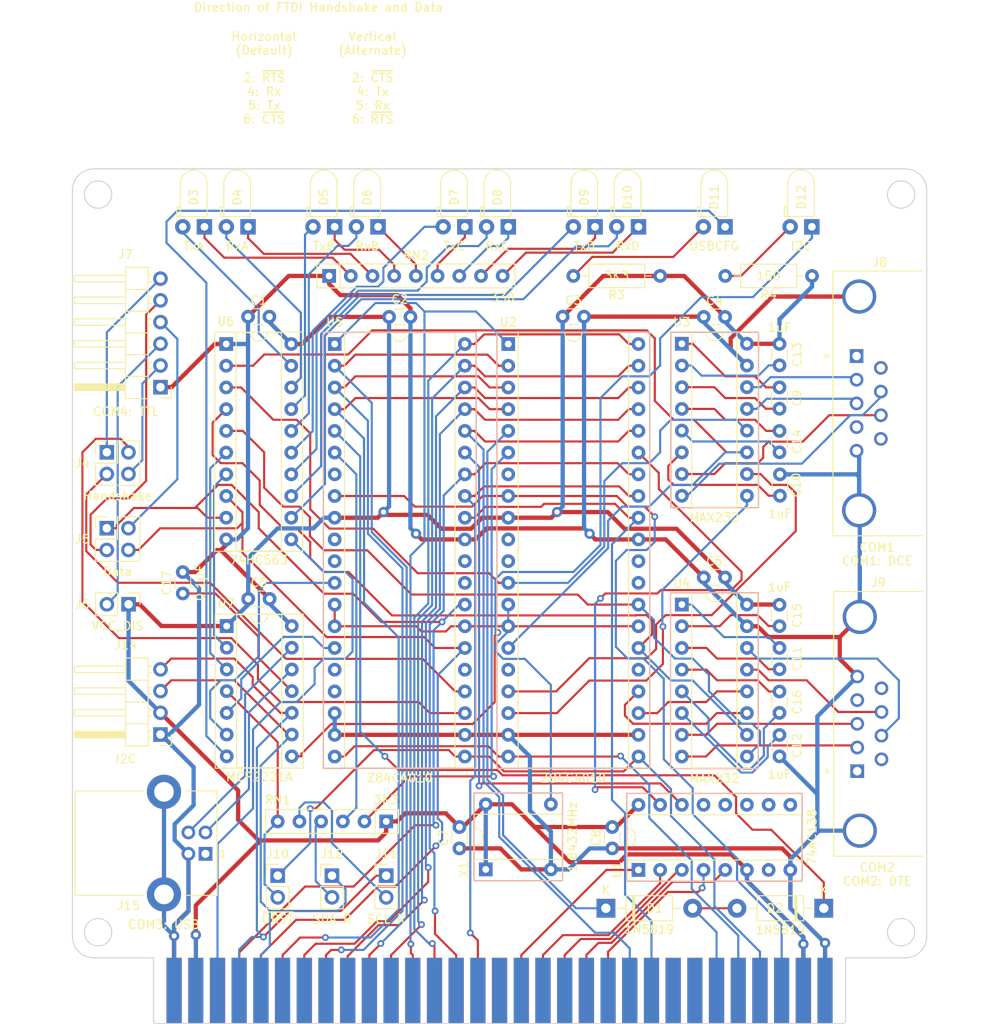
<source format=kicad_pcb>
(kicad_pcb (version 20211014) (generator pcbnew)
  (title_block (title "Processor and memory card") (date "2022-10-24") (rev "1") (company "Frédéric Segard, aka Micro Hobbyist"))
  (layers (0 "F.Cu" signal) (31 "B.Cu" signal) (34 "B.Paste" user) (35 "F.Paste" user) (36 "B.SilkS" user "B.Silkscreen") (37 "F.SilkS" user "F.Silkscreen") (38 "B.Mask" user) (39 "F.Mask" user) (44 "Edge.Cuts" user))
  (net 0 "")
  (net 1 "+5V")
  (net 2 "GND")
  (net 11 "Net-(C10-Pad1)")
  (net 13 "Net-(C11-Pad1)")
  (net 20 "/A7")
  (net 21 "/A6")
  (net 22 "/A5")
  (net 23 "/A4")
  (net 24 "/A3")
  (net 25 "/A1")
  (net 26 "/A0")
  (net 27 "/D0")
  (net 28 "/D1")
  (net 29 "/D2")
  (net 30 "/D3")
  (net 31 "/D4")
  (net 32 "/D5")
  (net 33 "/D6")
  (net 34 "/D7")
  (net 35 "/~{M1}")
  (net 36 "/~{RESET}")
  (net 37 "/CLK")
  (net 38 "/~{INT}")
  (net 39 "/~{RD}")
  (net 40 "/~{IORQ}")
  (net 41 "Net-(C15-Pad2)")
  (net 42 "Net-(C16-Pad1)")
  (net 43 "Net-(C16-Pad2)")
  (net 44 "/V_USB")
  (net 55 "Net-(C12-Pad1)")
  (net 56 "Net-(D1-Pad1)")
  (net 57 "Net-(C14-Pad2)")
  (net 58 "Net-(D2-Pad1)")
  (net 59 "Net-(C9-Pad1)")
  (net 60 "Net-(C9-Pad2)")
  (net 61 "Net-(D3-Pad1)")
  (net 62 "/RxB")
  (net 63 "/~{CTSD}")
  (net 64 "/~{CTSB}")
  (net 65 "/~{RTSD}")
  (net 66 "Net-(J4-Pad1)")
  (net 67 "/~{RTSB}")
  (net 68 "Net-(J4-Pad4)")
  (net 69 "Net-(J5-Pad2)")
  (net 70 "Net-(J5-Pad3)")
  (net 71 "/TxB")
  (net 72 "Net-(J6-Pad2)")
  (net 74 "Net-(J8-Pad2)")
  (net 75 "Net-(J8-Pad3)")
  (net 78 "Net-(J8-Pad7)")
  (net 79 "Net-(J8-Pad8)")
  (net 81 "Net-(J9-Pad2)")
  (net 82 "Net-(J9-Pad3)")
  (net 85 "Net-(J9-Pad7)")
  (net 86 "Net-(J9-Pad8)")
  (net 88 "Net-(C11-Pad2)")
  (net 89 "Net-(C13-Pad2)")
  (net 90 "Net-(D3-Pad2)")
  (net 91 "Net-(D4-Pad1)")
  (net 95 "Net-(D4-Pad2)")
  (net 96 "Net-(D5-Pad1)")
  (net 97 "/RxA")
  (net 98 "/SIOCLK")
  (net 99 "/TxA")
  (net 100 "/~{RTSA}")
  (net 101 "/~{CTSA}")
  (net 102 "Net-(C14-Pad1)")
  (net 116 "Net-(D5-Pad2)")
  (net 117 "Net-(D6-Pad1)")
  (net 118 "Net-(D6-Pad2)")
  (net 119 "Net-(D7-Pad1)")
  (net 120 "Net-(D7-Pad2)")
  (net 121 "Net-(D8-Pad1)")
  (net 122 "Net-(D8-Pad2)")
  (net 123 "Net-(D9-Pad1)")
  (net 124 "Net-(D9-Pad2)")
  (net 125 "Net-(D10-Pad1)")
  (net 126 "Net-(D10-Pad2)")
  (net 127 "/USBCFG")
  (net 128 "Net-(D11-Pad2)")
  (net 129 "/I2C")
  (net 130 "Net-(D12-Pad2)")
  (net 131 "/TxD")
  (net 132 "/RxD")
  (net 133 "/~{CLK}")
  (net 134 "/~{USBRST}")
  (net 135 "/SCL")
  (net 136 "/SCL_R")
  (net 137 "/SDA")
  (net 138 "/SDA_R")
  (net 140 "/D-")
  (net 141 "/D+")
  (net 142 "/IEI1")
  (net 143 "/IEI2")
  (net 144 "/~{SIO2_CS}")
  (net 145 "/~{SIO1_CS}")
  (net 149 "Net-(U5-Pad12)")
  (net 150 "Net-(U5-Pad15)")
  (net 156 "/TxC")
  (net 157 "/RxC")
  (footprint "Capacitor_THT:C_Disc_D3.0mm_W1.6mm_P2.50mm" (layer "F.Cu") (at 146.7916 117.495 -90)
    (fp_text reference "C8")
    (fp_text value "0.1µF" hide)
  )
  (footprint "Capacitor_THT:C_Disc_D3.0mm_W1.6mm_P2.50mm" (layer "F.Cu") (at 166.37 60.98 -90)
    (fp_text reference "C13")
    (fp_text value "1uF")
  )
  (footprint "Capacitor_THT:C_Disc_D3.0mm_W1.6mm_P2.50mm" (layer "F.Cu") (at 166.37 91.4908 -90)
    (fp_text reference "C15")
    (fp_text value "1uF")
  )
  (footprint "LED_THT:LED_D3.0mm_Horizontal_O1.27mm_Z2.0mm_Clear" (layer "F.Cu") (at 104.16 47.275 180)
    (fp_text reference "D4")
    (fp_text value "RxA")
  )
  (footprint "Capacitor_THT:C_Disc_D3.0mm_W1.6mm_P2.50mm" (layer "F.Cu") (at 166.37 71.1554 -90)
    (fp_text reference "C14")
    (fp_text value "1uF" hide)
  )
  (footprint "Connector_Dsub:DSUB-9_Female_Horizontal_P2.77x2.84mm_EdgePinOffset4.94mm_Housed_MountingHolesOffset7.48mm" (layer "F.Cu") (at 175.3947 62.395 90)
    (fp_text reference "J8")
    (fp_text value "COM1: DCE")
  )
  (footprint "Capacitor_THT:C_Disc_D3.0mm_W1.6mm_P2.50mm" (layer "F.Cu") (at 106.66 57.785 180)
    (fp_text reference "C1")
    (fp_text value "0.1µF" hide)
  )
  (footprint "Capacitor_THT:C_Disc_D3.0mm_W1.6mm_P2.50mm" (layer "F.Cu") (at 140.99 57.785)
    (fp_text reference "C3")
    (fp_text value "0.1µF" hide)
  )
  (footprint "Connector_PinHeader_2.54mm:PinHeader_2x02_P2.54mm_Vertical" (layer "F.Cu") (at 87.625 73.655)
    (fp_text reference "J4")
    (fp_text value "Handshake")
  )
  (footprint "LED_THT:LED_D3.0mm_Horizontal_O1.27mm_Z2.0mm_Clear" (layer "F.Cu") (at 170.16 47.275 180)
    (fp_text reference "D12")
    (fp_text value "I2C")
  )
  (footprint "LED_THT:LED_D3.0mm_Horizontal_O1.27mm_Z2.0mm_Clear" (layer "F.Cu") (at 160 47.275 180)
    (fp_text reference "D11")
    (fp_text value "USBCFG")
  )
  (footprint "Diode_THT:D_DO-41_SOD81_P10.16mm_Horizontal" (layer "F.Cu") (at 171.5566 127 180)
    (fp_text reference "D2")
    (fp_text value "1N5819")
  )
  (footprint "Capacitor_THT:C_Disc_D3.0mm_W1.6mm_P2.50mm" (layer "F.Cu") (at 160 57.815 180)
    (fp_text reference "C4")
    (fp_text value "0.1µF" hide)
  )
  (footprint "0 - Library:DIP-8-4_W7.62mm_Oscillator_Socket" (layer "F.Cu") (at 131.9884 122.4534 90)
    (fp_text reference "X1")
    (fp_text value "1.8432MHz")
  )
  (footprint "LED_THT:LED_D3.0mm_Horizontal_O1.27mm_Z2.0mm_Clear" (layer "F.Cu") (at 119.38 47.275 180)
    (fp_text reference "D6")
    (fp_text value "RxB")
  )
  (footprint "Package_DIP:DIP-16_W7.62mm_Socket" (layer "F.Cu") (at 154.94 60.96)
    (fp_text reference "U3")
    (fp_text value "MAX232")
  )
  (footprint "LED_THT:LED_D3.0mm_Horizontal_O1.27mm_Z2.0mm_Clear" (layer "F.Cu") (at 114.3 47.275 180)
    (fp_text reference "D5")
    (fp_text value "TxB")
  )
  (footprint "Resistor_THT:R_Array_SIP6" (layer "F.Cu") (at 120.3325 116.84 180)
    (fp_text reference "RN1")
    (fp_text value "3K3")
  )
  (footprint "Resistor_THT:R_Array_SIP9" (layer "F.Cu") (at 113.65 53.0225)
    (fp_text reference "RN2")
    (fp_text value "330")
  )
  (footprint "LED_THT:LED_D3.0mm_Horizontal_O1.27mm_Z2.0mm_Clear" (layer "F.Cu") (at 129.54 47.275 180)
    (fp_text reference "D7")
    (fp_text value "TxC")
  )
  (footprint "Connector_PinHeader_2.54mm:PinHeader_1x04_P2.54mm_Horizontal" (layer "F.Cu") (at 93.91 106.67 180)
    (fp_text reference "J14")
    (fp_text value "I2C")
  )
  (footprint "Capacitor_THT:C_Disc_D3.0mm_W1.6mm_P2.50mm" (layer "F.Cu") (at 104.18 90.805)
    (fp_text reference "C5")
    (fp_text value "0.1µF" hide)
  )
  (footprint "Package_DIP:DIP-20_W7.62mm_Socket" (layer "F.Cu") (at 101.6 60.99)
    (fp_text reference "U6")
    (fp_text value "74HC563")
  )
  (footprint "Capacitor_THT:C_Disc_D3.0mm_W1.6mm_P2.50mm" (layer "F.Cu") (at 166.37 96.54 -90)
    (fp_text reference "C11")
    (fp_text value "1uF" hide)
  )
  (footprint "LED_THT:LED_D3.0mm_Horizontal_O1.27mm_Z2.0mm_Clear" (layer "F.Cu") (at 134.62 47.275 180)
    (fp_text reference "D8")
    (fp_text value "RxC")
  )
  (footprint "Capacitor_THT:C_Disc_D3.0mm_W1.6mm_P2.50mm" (layer "F.Cu") (at 96.52 90.17 90)
    (fp_text reference "C17")
    (fp_text value "0.1µF")
  )
  (footprint "0 - Library:BUS_XT" (layer "F.Cu") (at 133.604 132.802)
    (fp_text reference "J1" hide)
    (fp_text value "EDGE" hide)
    (fp_line (start 47.5 0) (end 40.51 0) (layer "Edge.Cuts") (width 0.12))
    (fp_line (start -50 -2.5) (end -50 -89.8) (layer "Edge.Cuts") (width 0.12))
    (fp_line (start -47.5 -92.3) (end 47.5 -92.3) (layer "Edge.Cuts") (width 0.12))
    (fp_line (start -40.51 7.3) (end -40.51 0) (layer "Edge.Cuts") (width 0.12))
    (fp_line (start -47.5 0) (end -40.51 0) (layer "Edge.Cuts") (width 0.12))
    (fp_line (start 40.51 7.3) (end 40.51 0) (layer "Edge.Cuts") (width 0.12))
    (fp_line (start 50 -89.8) (end 50 -2.5) (layer "Edge.Cuts") (width 0.12))
    (fp_line (start -40.11 7.7) (end 40.11 7.7) (layer "Edge.Cuts") (width 0.12))
    (fp_arc (start -40.11 7.7) (mid -40.392843 7.582843) (end -40.51 7.3) (layer "Edge.Cuts") (width 0.12))
    (fp_arc (start 47.5 -92.3) (mid 49.267767 -91.567767) (end 50 -89.8) (layer "Edge.Cuts") (width 0.12))
    (fp_arc (start -47.5 0) (mid -49.267767 -0.732233) (end -50 -2.5) (layer "Edge.Cuts") (width 0.12))
    (fp_arc (start 40.51 7.3) (mid 40.392843 7.582843) (end 40.11 7.7) (layer "Edge.Cuts") (width 0.12))
    (fp_arc (start -50 -89.8) (mid -49.267767 -91.567767) (end -47.5 -92.3) (layer "Edge.Cuts") (width 0.12))
    (fp_arc (start 50 -2.5) (mid 49.267767 -0.732233) (end 47.5 0) (layer "Edge.Cuts") (width 0.12))
    (fp_circle (center -47 -89.3) (end -45.4 -89.3) (layer "Edge.Cuts") (width 0.12) (fill none))
    (fp_circle (center 47 -89.3) (end 48.6 -89.3) (layer "Edge.Cuts") (width 0.12) (fill none))
    (fp_circle (center 47 -3) (end 48.6 -3) (layer "Edge.Cuts") (width 0.12) (fill none))
    (fp_circle (center -47 -3) (end -45.4 -3) (layer "Edge.Cuts") (width 0.12) (fill none))
  )
  (footprint "Package_DIP:DIP-40_W15.24mm_Socket" (layer "F.Cu") (at 134.62 60.99)
    (fp_text reference "U2")
    (fp_text value "Z84C4010")
  )
  (footprint "Capacitor_THT:C_Disc_D3.0mm_W1.6mm_P2.50mm" (layer "F.Cu") (at 166.4208 78.7354 90)
    (fp_text reference "C10")
    (fp_text value "1uF")
  )
  (footprint "Connector_PinHeader_2.54mm:PinHeader_1x02_P2.54mm_Vertical" (layer "F.Cu") (at 120.3325 123.185)
    (fp_text reference "J11")
    (fp_text value "SCL R")
  )
  (footprint "Capacitor_THT:C_Disc_D3.0mm_W1.6mm_P2.50mm" (layer "F.Cu") (at 166.37 66.06 -90)
    (fp_text reference "C9")
    (fp_text value "1uF" hide)
  )
  (footprint "LED_THT:LED_D3.0mm_Horizontal_O1.27mm_Z2.0mm_Clear" (layer "F.Cu") (at 144.78 47.275 180)
    (fp_text reference "D9")
    (fp_text value "TxD")
  )
  (footprint "Resistor_THT:R_Axial_DIN0207_L6.3mm_D2.5mm_P10.16mm_Horizontal" (layer "F.Cu") (at 160.02 53.0225)
    (fp_text reference "R4")
    (fp_text value "150")
  )
  (footprint "LED_THT:LED_D3.0mm_Horizontal_O1.27mm_Z2.0mm_Clear" (layer "F.Cu") (at 99.06 47.275 180)
    (fp_text reference "D3")
    (fp_text value "TxA")
  )
  (footprint "Connector_USB:USB_B_Lumberg_2411_02_Horizontal" (layer "F.Cu") (at 99.18 120.63 180)
    (fp_text reference "J15")
    (fp_text value "COM3: USB")
  )
  (footprint "Capacitor_THT:C_Disc_D3.0mm_W1.6mm_P2.50mm" (layer "F.Cu") (at 160 88.295 180)
    (fp_text reference "C6")
    (fp_text value "0.1µF" hide)
  )
  (footprint "Connector_PinHeader_2.54mm:PinHeader_2x02_P2.54mm_Vertical" (layer "F.Cu") (at 87.62 82.54)
    (fp_text reference "J5")
    (fp_text value "Data")
  )
  (footprint "Connector_PinHeader_2.54mm:PinHeader_1x02_P2.54mm_Vertical" (layer "F.Cu") (at 113.9825 123.185)
    (fp_text reference "J12")
    (fp_text value "SDA R")
  )
  (footprint "Capacitor_THT:C_Disc_D3.0mm_W1.6mm_P2.50mm" (layer "F.Cu") (at 128.905 117.495 -90)
    (fp_text reference "C7")
    (fp_text value "0.1µF" hide)
  )
  (footprint "Capacitor_THT:C_Disc_D3.0mm_W1.6mm_P2.50mm" (layer "F.Cu") (at 166.37 106.72 -90)
    (fp_text reference "C12")
    (fp_text value "1uF")
  )
  (footprint "Diode_THT:D_DO-41_SOD81_P10.16mm_Horizontal" (layer "F.Cu") (at 146.05 127)
    (fp_text reference "D1")
    (fp_text value "1N5819")
  )
  (footprint "Connector_PinHeader_2.54mm:PinHeader_1x06_P2.54mm_Horizontal" (layer "F.Cu") (at 93.91 66.04 180)
    (fp_text reference "J7")
    (fp_text value "COM4: TTL")
  )
  (footprint "Package_DIP:DIP-40_W15.24mm_Socket" (layer "F.Cu") (at 114.3 60.99)
    (fp_text reference "U5")
    (fp_text value "Z84C4010")
  )
  (footprint "Connector_PinHeader_2.54mm:PinHeader_1x02_P2.54mm_Vertical" (layer "F.Cu") (at 90.175 91.44 -90)
    (fp_text reference "J6")
    (fp_text value "VCC_DIS")
  )
  (footprint "Connector_Dsub:DSUB-9_Male_Horizontal_P2.77x2.84mm_EdgePinOffset4.94mm_Housed_MountingHolesOffset7.48mm" (layer "F.Cu") (at 175.4697 110.96 90)
    (fp_text reference "J9")
    (fp_text value "COM2: DTE")
  )
  (footprint "Connector_PinHeader_2.54mm:PinHeader_1x02_P2.54mm_Vertical" (layer "F.Cu") (at 107.6325 123.18)
    (fp_text reference "J10")
    (fp_text value "~{URST}")
  )
  (footprint "Package_DIP:DIP-14_W7.62mm_Socket" (layer "F.Cu") (at 101.6608 93.98)
    (fp_text reference "U7")
    (fp_text value "MCP2221A")
  )
  (footprint "Package_DIP:DIP-16_W7.62mm_Socket" (layer "F.Cu") (at 149.86 122.5142 90)
    (fp_text reference "U1")
    (fp_text value "74AC138")
  )
  (footprint "Resistor_THT:R_Axial_DIN0207_L6.3mm_D2.5mm_P10.16mm_Horizontal" (layer "F.Cu") (at 142.24 53.0225)
    (fp_text reference "R3")
    (fp_text value "3K3")
  )
  (footprint "Capacitor_THT:C_Disc_D3.0mm_W1.6mm_P2.50mm" (layer "F.Cu") (at 166.37 101.64 -90)
    (fp_text reference "C16")
    (fp_text value "1uF" hide)
  )
  (footprint "Capacitor_THT:C_Disc_D3.0mm_W1.6mm_P2.50mm" (layer "F.Cu") (at 120.67 57.815)
    (fp_text reference "C2")
    (fp_text value "0.1µF" hide)
  )
  (footprint "Package_DIP:DIP-16_W7.62mm_Socket" (layer "F.Cu") (at 154.94 91.4654)
    (fp_text reference "U4")
    (fp_text value "MAX232")
  )
  (footprint "LED_THT:LED_D3.0mm_Horizontal_O1.27mm_Z2.0mm_Clear" (layer "F.Cu") (at 149.86 47.275 180)
    (fp_text reference "D10")
    (fp_text value "RxD")
  )
  (gr_rect (start 133.2992 59.6184) (end 151.1808 110.6216) (layer "B.SilkS") (width 0.15) (fill none))
  (gr_rect (start 153.66 80.137) (end 163.9216 59.6138) (layer "B.SilkS") (width 0.15) (fill none))
  (gr_rect (start 130.6068 113.5226) (end 140.97 123.7842) (layer "B.SilkS") (width 0.15) (fill none))
  (gr_rect (start 112.9792 110.6216) (end 130.8608 59.6184) (layer "B.SilkS") (width 0.15) (fill none))
  (gr_rect (start 148.4934 113.5634) (end 169.0166 123.825) (layer "B.SilkS") (width 0.15) (fill none))
  (gr_rect (start 153.6192 90.0938) (end 163.8808 110.6678) (layer "B.SilkS") (width 0.15) (fill none))
  (gr_text "Vertical\n(Alternate)\n\n2: ~{CTS}\n4: Tx\n5: Rx\n6: ~{RTS}" (at 118.745 29.845) (layer "F.SilkS") (effects (font (size 1 1))))
  (gr_text "COM2" (at 177.8 122.2375) (layer "F.SilkS") (effects (font (size 1 1))))
  (gr_text "Horizontal\n(Default)\n\n2: ~{RTS}\n4: Rx\n5: Tx\n6: ~{CTS}" (at 106.045 29.845) (layer "F.SilkS") (effects (font (size 1 1))))
  (gr_text "Direction of FTDI Handshake and Data" (at 112.395 21.59) (layer "F.SilkS") (effects (font (size 1 1))))
  (gr_text "COM1" (at 177.8 84.7725) (layer "F.SilkS") (effects (font (size 1 1))))
  (segment (start 105.6438 119.0625) (end 119.38 119.0625) (width 0.5) (layer "F.Cu") (net 1))
  (segment (start 169.164 130.3685) (end 162.56 123.7645) (width 0.5) (layer "F.Cu") (net 1))
  (segment (start 105.5269 119.1794) (end 105.6438 119.0625) (width 0.5) (layer "F.Cu") (net 1))
  (segment (start 162.56 60.96) (end 166.35 60.96) (width 0.5) (layer "F.Cu") (net 1))
  (segment (start 137.1037 116.8963) (end 137.7024 117.495) (width 0.5) (layer "F.Cu") (net 1))
  (segment (start 122.555 115.8875) (end 127.3175 115.8875) (width 0.5) (layer "F.Cu") (net 1))
  (segment (start 140.99 57.785) (end 145.7525 53.0225) (width 0.5) (layer "F.Cu") (net 1))
  (segment (start 162.56 91.4654) (end 166.3446 91.4654) (width 0.5) (layer "F.Cu") (net 1))
  (segment (start 109.22 60.99) (end 110.4703 60.99) (width 0.5) (layer "F.Cu") (net 1))
  (segment (start 98.044 136.612) (end 98.044 130.1115) (width 0.5) (layer "F.Cu") (net 1))
  (segment (start 166.3446 91.4654) (end 166.37 91.4908) (width 0.5) (layer "F.Cu") (net 1))
  (segment (start 130.2695 82.5996) (end 131.5591 81.31) (width 0.5) (layer "F.Cu") (net 1))
  (segment (start 148.2161 82.5996) (end 154.3046 82.5996) (width 0.5) (layer "F.Cu") (net 1))
  (segment (start 102.99875 116.65125) (end 105.5269 119.1794) (width 0.5) (layer "F.Cu") (net 1))
  (segment (start 114.3 81.31) (end 119.35 81.31) (width 0.5) (layer "F.Cu") (net 1))
  (segment (start 140.335 80.645) (end 146.2615 80.645) (width 0.5) (layer "F.Cu") (net 1))
  (segment (start 148.545 120.695) (end 147.6375 121.6025) (width 0.5) (layer "F.Cu") (net 1))
  (segment (start 120.3325 116.84) (end 121.6025 116.84) (width 0.5) (layer "F.Cu") (net 1))
  (segment (start 154.3046 82.5996) (end 160 88.295) (width 0.5) (layer "F.Cu") (net 1))
  (segment (start 93.91 104.13) (end 102.99875 113.21875) (width 0.5) (layer "F.Cu") (net 1))
  (segment (start 131.988 114.833) (end 131.9884 114.8334) (width 0.5) (layer "F.Cu") (net 1))
  (segment (start 121.6025 116.84) (end 122.555 115.8875) (width 0.5) (layer "F.Cu") (net 1))
  (segment (start 135.0408 114.8334) (end 131.9884 114.8334) (width 0.5) (layer "F.Cu") (net 1))
  (segment (start 120.67 57.815) (end 113.6453 57.815) (width 0.5) (layer "F.Cu") (net 1))
  (segment (start 139.67 81.31) (end 140.335 80.645) (width 0.5) (layer "F.Cu") (net 1))
  (segment (start 128.905 117.495) (end 129.327 117.495) (width 0.5) (layer "F.Cu") (net 1))
  (segment (start 125.1776 80.9775) (end 126.7997 82.5996) (width 0.5) (layer "F.Cu") (net 1))
  (segment (start 113.6453 57.815) (end 110.4703 60.99) (width 0.5) (layer "F.Cu") (net 1))
  (segment (start 146.792 117.495) (end 146.7916 117.495) (width 0.5) (layer "F.Cu") (net 1))
  (segment (start 127.3175 115.8875) (end 127.3175 115.9075) (width 0.5) (layer "F.Cu") (net 1))
  (segment (start 148.545 120.695) (end 147.9761 121.2639) (width 0.5) (layer "F.Cu") (net 1))
  (segment (start 134.62 81.31) (end 139.67 81.31) (width 0.5) (layer "F.Cu") (net 1))
  (segment (start 94.0153 93.98) (end 101.6608 93.98) (width 0.5) (layer "F.Cu") (net 1))
  (segment (start 169.164 131.191) (end 169.164 130.3685) (width 0.5) (layer "F.Cu") (net 1))
  (segment (start 166.35 60.96) (end 166.37 60.98) (width 0.5) (layer "F.Cu") (net 1))
  (segment (start 141.8099 121.6025) (end 137.1037 116.8963) (width 0.5) (layer "F.Cu") (net 1))
  (segment (start 131.5591 81.31) (end 134.62 81.31) (width 0.5) (layer "F.Cu") (net 1))
  (segment (start 126.7997 82.5996) (end 130.2695 82.5996) (width 0.5) (layer "F.Cu") (net 1))
  (segment (start 147.6375 121.6025) (end 141.8099 121.6025) (width 0.5) (layer "F.Cu") (net 1))
  (segment (start 120.3325 118.11) (end 120.3325 116.84) (width 0.5) (layer "F.Cu") (net 1))
  (segment (start 119.38 119.0625) (end 120.3325 118.11) (width 0.5) (layer "F.Cu") (net 1))
  (segment (start 160.7408 120.695) (end 148.545 120.695) (width 0.5) (layer "F.Cu") (net 1))
  (segment (start 102.99875 113.21875) (end 102.99875 116.65125) (width 0.5) (layer "F.Cu") (net 1))
  (segment (start 162.56 123.1393) (end 162.56 123.7645) (width 0.5) (layer "F.Cu") (net 1))
  (segment (start 147.259 117.495) (end 148.6097 116.1443) (width 0.5) (layer "F.Cu") (net 1))
  (segment (start 119.6825 80.9775) (end 120.015 80.645) (width 0.5) (layer "F.Cu") (net 1))
  (segment (start 146.2615 80.645) (end 148.2161 82.5996) (width 0.5) (layer "F.Cu") (net 1))
  (segment (start 91.4753 91.44) (end 94.0153 93.98) (width 0.5) (layer "F.Cu") (net 1))
  (segment (start 148.6097 116.1443) (end 149.86 114.894) (width 0.5) (layer "F.Cu") (net 1))
  (segment (start 145.7525 53.0225) (end 152.4 53.0225) (width 0.5) (layer "F.Cu") (net 1))
  (segment (start 152.4 53.0225) (end 155.2075 53.0225) (width 0.5) (layer "F.Cu") (net 1))
  (segment (start 119.6825 80.9775) (end 125.1776 80.9775) (width 0.5) (layer "F.Cu") (net 1))
  (segment (start 129.327 117.495) (end 131.988 114.833) (width 0.5) (layer "F.Cu") (net 1))
  (segment (start 127.3175 115.9075) (end 128.905 117.495) (width 0.5) (layer "F.Cu") (net 1))
  (segment (start 162.56 123.1393) (end 162.56 122.5142) (width 0.5) (layer "F.Cu") (net 1))
  (segment (start 98.044 130.1115) (end 98.044 126.6623) (width 0.5) (layer "F.Cu") (net 1))
  (segment (start 137.7024 117.495) (end 146.7916 117.495) (width 0.5) (layer "F.Cu") (net 1))
  (segment (start 90.175 91.44) (end 91.4753 91.44) (width 0.5) (layer "F.Cu") (net 1))
  (segment (start 169.164 136.612) (end 169.164 131.191) (width 0.5) (layer "F.Cu") (net 1))
  (segment (start 119.35 81.31) (end 119.6825 80.9775) (width 0.5) (layer "F.Cu") (net 1))
  (segment (start 162.56 122.5142) (end 160.7408 120.695) (width 0.5) (layer "F.Cu") (net 1))
  (segment (start 146.792 117.495) (end 147.259 117.495) (width 0.5) (layer "F.Cu") (net 1))
  (segment (start 155.2075 53.0225) (end 160 57.815) (width 0.5) (layer "F.Cu") (net 1))
  (segment (start 137.1037 116.8963) (end 135.0408 114.8334) (width 0.5) (layer "F.Cu") (net 1))
  (segment (start 98.044 126.6623) (end 105.5269 119.1794) (width 0.5) (layer "F.Cu") (net 1))
  (via (at 120.015 80.645) (size 1.2) (drill 0.6) (layers "F.Cu" "B.Cu") (net 1))
  (via (at 98.044 130.1115) (size 1.2) (drill 0.6) (layers "F.Cu" "B.Cu") (net 1))
  (via (at 140.335 80.645) (size 1.2) (drill 0.6) (layers "F.Cu" "B.Cu") (net 1))
  (via (at 169.164 131.191) (size 1.2) (drill 0.6) (layers "F.Cu" "B.Cu") (net 1))
  (segment (start 106.66 57.815) (end 106.66 58.43) (width 0.5) (layer "B.Cu") (net 1))
  (segment (start 160 58.4) (end 162.56 60.96) (width 0.5) (layer "B.Cu") (net 1))
  (segment (start 120.67 79.99) (end 120.015 80.645) (width 0.5) (layer "B.Cu") (net 1))
  (segment (start 106.66 58.43) (end 109.22 60.99) (width 0.5) (layer "B.Cu") (net 1))
  (segment (start 93.91 104.13) (end 90.175 100.395) (width 0.5) (layer "B.Cu") (net 1))
  (segment (start 101.6608 93.98) (end 101.661 93.98) (width 0.5) (layer "B.Cu") (net 1))
  (segment (start 114.3 81.31) (end 113.0497 81.31) (width 0.5) (layer "B.Cu") (net 1))
  (segment (start 140.99 79.99) (end 140.335 80.645) (width 0.5) (layer "B.Cu") (net 1))
  (segment (start 120.67 57.815) (end 120.67 79.99) (width 0.5) (layer "B.Cu") (net 1))
  (segment (start 160 88.9054) (end 162.56 91.4654) (width 0.5) (layer "B.Cu") (net 1))
  (segment (start 107.6222 82.5603) (end 104.18 86.0025) (width 0.5) (layer "B.Cu") (net 1))
  (segment (start 162.56 123.7645) (end 169.164 130.3685) (width 0.5) (layer "B.Cu") (net 1))
  (segment (start 104.18 91.4608) (end 101.661 93.98) (width 0.5) (layer "B.Cu") (net 1))
  (segment (start 166.37 58.0828) (end 166.37 60.98) (width 0.5) (layer "B.Cu") (net 1))
  (segment (start 98.044 136.612) (end 98.044 130.1115) (width 0.5) (layer "B.Cu") (net 1))
  (segment (start 131.9884 114.8334) (end 131.9884 122.4534) (width 0.5) (layer "B.Cu") (net 1))
  (segment (start 111.7994 82.5603) (end 107.6222 82.5603) (width 0.5) (layer "B.Cu") (net 1))
  (segment (start 160 57.815) (end 160 58.4) (width 0.5) (layer "B.Cu") (net 1))
  (segment (start 169.164 130.3685) (end 169.164 136.612) (width 0.5) (layer "B.Cu") (net 1))
  (segment (start 140.99 57.785) (end 140.99 79.99) (width 0.5) (layer "B.Cu") (net 1))
  (segment (start 106.66 57.815) (end 106.66 57.785) (width 0.5) (layer "B.Cu") (net 1))
  (segment (start 104.18 90.805) (end 104.18 91.4608) (width 0.5) (layer "B.Cu") (net 1))
  (segment (start 104.18 86.0025) (end 104.18 90.805) (width 0.5) (layer "B.Cu") (net 1))
  (segment (start 170.18 53.0225) (end 170.18 54.2728) (width 0.5) (layer "B.Cu") (net 1))
  (segment (start 162.56 122.5142) (end 162.56 123.7645) (width 0.5) (layer "B.Cu") (net 1))
  (segment (start 90.175 100.395) (end 90.175 91.44) (width 0.5) (layer "B.Cu") (net 1))
  (segment (start 160 88.295) (end 160 88.9054) (width 0.5) (layer "B.Cu") (net 1))
  (segment (start 170.18 54.2728) (end 166.37 58.0828) (width 0.5) (layer "B.Cu") (net 1))
  (segment (start 113.0497 81.31) (end 111.7994 82.5603) (width 0.5) (layer "B.Cu") (net 1))
  (segment (start 129.54 106.71) (end 128.2897 106.71) (width 0.5) (layer "F.Cu") (net 2))
  (segment (start 167.64 127) (end 167.64 122.5142) (width 0.5) (layer "F.Cu") (net 2))
  (segment (start 101.6 83.85) (end 101.6 84.4751) (width 0.5) (layer "F.Cu") (net 2))
  (segment (start 100.9751 85.1) (end 106.68 90.805) (width 0.5) (layer "F.Cu") (net 2))
  (segment (start 165.545 55.435) (end 175.6947 55.435) (width 0.5) (layer "F.Cu") (net 2))
  (segment (start 146.792 119.995) (end 146.7916 119.995) (width 0.5) (layer "F.Cu") (net 2))
  (segment (start 149.86 83.85) (end 153.055 83.85) (width 0.5) (layer "F.Cu") (net 2))
  (segment (start 134.62 106.71) (end 129.54 106.71) (width 0.5) (layer "F.Cu") (net 2))
  (segment (start 163.8103 94.0054) (end 165.0703 95.2654) (width 0.5) (layer "F.Cu") (net 2))
  (segment (start 95.2103 66.04) (end 100.2603 60.99) (width 0.5) (layer "F.Cu") (net 2))
  (segment (start 144.81 83.85) (end 144.145 83.185) (width 0.5) (layer "F.Cu") (net 2))
  (segment (start 143.5204 82.5604) (end 144.145 83.185) (width 0.5) (layer "F.Cu") (net 2))
  (segment (start 153.055 83.85) (end 157.5 88.295) (width 0.5) (layer "F.Cu") (net 2))
  (segment (start 160.655 60.325) (end 165.545 55.435) (width 0.5) (layer "F.Cu") (net 2))
  (segment (start 101.6 84.4751) (end 100.9751 85.1) (width 0.5) (layer "F.Cu") (net 2))
  (segment (start 143.49 57.785) (end 157.47 57.785) (width 0.5) (layer "F.Cu") (net 2))
  (segment (start 121.6275 55.27) (end 114.96 55.27) (width 0.5) (layer "F.Cu") (net 2))
  (segment (start 173.4243 95.2654) (end 173.4243 97.8346) (width 0.5) (layer "F.Cu") (net 2))
  (segment (start 162.56 94.0054) (end 163.8103 94.0054) (width 0.5) (layer "F.Cu") (net 2))
  (segment (start 100.2603 60.99) (end 101.6 60.99) (width 0.5) (layer "F.Cu") (net 2))
  (segment (start 166.668 119.995) (end 146.792 119.995) (width 0.5) (layer "F.Cu") (net 2))
  (segment (start 173.4243 97.8346) (end 175.4697 99.88) (width 0.5) (layer "F.Cu") (net 2))
  (segment (start 129.54 83.85) (end 130.7903 83.85) (width 0.5) (layer "F.Cu") (net 2))
  (segment (start 171.704 131.064) (end 167.64 127) (width 0.5) (layer "F.Cu") (net 2))
  (segment (start 123.17 56.8125) (end 121.6275 55.27) (width 0.5) (layer "F.Cu") (net 2))
  (segment (start 149.86 83.85) (end 144.81 83.85) (width 0.5) (layer "F.Cu") (net 2))
  (segment (start 97.18 125.12) (end 97.18 120.63) (width 0.5) (layer "F.Cu") (net 2))
  (segment (start 113.65 53.96) (end 113.65 53.0225) (width 0.5) (layer "F.Cu") (net 2))
  (segment (start 95.504 130.2385) (end 95.504 128.9685) (width 0.5) (layer "F.Cu") (net 2))
  (segment (start 114.3 106.71) (end 115.5503 106.71) (width 0.5) (layer "F.Cu") (net 2))
  (segment (start 162.56 63.5) (end 160.655 61.595) (width 0.5) (layer "F.Cu") (net 2))
  (segment (start 139.6084 122.4534) (end 136.1459 122.4534) (width 0.5) (layer "F.Cu") (net 2))
  (segment (start 96.52 87.67) (end 97.9518 87.67) (width 0.5) (layer "F.Cu") (net 2))
  (segment (start 113.65 53.0225) (end 108.9225 53.0225) (width 0.5) (layer "F.Cu") (net 2))
  (segment (start 123.17 57.815) (end 123.17 56.8125) (width 0.5) (layer "F.Cu") (net 2))
  (segment (start 108.9225 53.0225) (end 104.16 57.785) (width 0.5) (layer "F.Cu") (net 2))
  (segment (start 160.655 61.595) (end 160.655 60.325) (width 0.5) (layer "F.Cu") (net 2))
  (segment (start 167.64 122.514) (end 167.64 122.5142) (width 0.5) (layer "F.Cu") (net 2))
  (segment (start 95.504 130.2385) (end 95.504 136.612) (width 0.5) (layer "F.Cu") (net 2))
  (segment (start 171.704 136.612) (end 171.704 131.064) (width 0.5) (layer "F.Cu") (net 2))
  (segment (start 124.49 83.85) (end 123.825 83.185) (width 0.5) (layer "F.Cu") (net 2))
  (segment (start 149.86 106.71) (end 134.62 106.71) (width 0.5) (layer "F.Cu") (net 2))
  (segment (start 173.4243 95.2654) (end 175.7697 92.92) (width 0.5) (layer "F.Cu") (net 2))
  (segment (start 130.7903 83.85) (end 132.0799 82.5604) (width 0.5) (layer "F.Cu") (net 2))
  (segment (start 95.504 128.9685) (end 97.18 127.2925) (width 0.5) (layer "F.Cu") (net 2))
  (segment (start 114.96 55.27) (end 113.65 53.96) (width 0.5) (layer "F.Cu") (net 2))
  (segment (start 132.0799 82.5604) (end 143.5204 82.5604) (width 0.5) (layer "F.Cu") (net 2))
  (segment (start 97.18 127.2925) (end 97.18 125.12) (width 0.5) (layer "F.Cu") (net 2))
  (segment (start 165.0703 95.2654) (end 173.4243 95.2654) (width 0.5) (layer "F.Cu") (net 2))
  (segment (start 97.9518 87.67) (end 100.5218 85.1) (width 0.5) (layer "F.Cu") (net 2))
  (segment (start 93.91 66.04) (end 95.2103 66.04) (width 0.5) (layer "F.Cu") (net 2))
  (segment (start 167.64 120.968) (end 166.668 119.995) (width 0.5) (layer "F.Cu") (net 2))
  (segment (start 157.47 57.785) (end 157.5 57.815) (width 0.5) (layer "F.Cu") (net 2))
  (segment (start 100.975 85.1) (end 100.9751 85.1) (width 0.5) (layer "F.Cu") (net 2))
  (segment (start 128.2897 106.71) (end 115.5503 106.71) (width 0.5) (layer "F.Cu") (net 2))
  (segment (start 133.6875 119.995) (end 128.905 119.995) (width 0.5) (layer "F.Cu") (net 2))
  (segment (start 129.54 83.85) (end 124.49 83.85) (width 0.5) (layer "F.Cu") (net 2))
  (segment (start 100.5218 85.1) (end 100.975 85.1) (width 0.5) (layer "F.Cu") (net 2))
  (segment (start 136.1459 122.4534) (end 133.6875 119.995) (width 0.5) (layer "F.Cu") (net 2))
  (segment (start 167.64 122.514) (end 167.64 120.968) (width 0.5) (layer "F.Cu") (net 2))
  (via (at 144.145 83.185) (size 1.2) (drill 0.6) (layers "F.Cu" "B.Cu") (net 2))
  (via (at 171.704 131.064) (size 1.2) (drill 0.6) (layers "F.Cu" "B.Cu") (net 2))
  (via (at 123.825 83.185) (size 1.2) (drill 0.6) (layers "F.Cu" "B.Cu") (net 2))
  (via (at 95.504 130.2385) (size 1.2) (drill 0.6) (layers "F.Cu" "B.Cu") (net 2))
  (segment (start 175.7697 80.51) (end 175.6947 80.435) (width 0.5) (layer "B.Cu") (net 2))
  (segment (start 170.80445 114.28945) (end 170.80445 113.65445) (width 0.5) (layer "B.Cu") (net 2))
  (segment (start 114.3 106.71) (end 114.3 104.17) (width 0.5) (layer "B.Cu") (net 2))
  (segment (start 143.49 82.53) (end 144.145 83.185) (width 0.5) (layer "B.Cu") (net 2))
  (segment (start 94.32 129.0545) (end 94.32 125.38) (width 0.5) (layer "B.Cu") (net 2))
  (segment (start 104.16 82.53) (end 102.84 83.85) (width 0.5) (layer "B.Cu") (net 2))
  (segment (start 104.16 57.815) (end 104.16 57.785) (width 0.5) (layer "B.Cu") (net 2))
  (segment (start 157.5 88.9454) (end 157.5 88.295) (width 0.5) (layer "B.Cu") (net 2))
  (segment (start 146.7916 119.995) (end 144.165 119.995) (width 0.5) (layer "B.Cu") (net 2))
  (segment (start 171.704 136.612) (end 171.704 131.064) (width 0.5) (layer "B.Cu") (net 2))
  (segment (start 97.79 110.49) (end 97.79 114.935) (width 0.5) (layer "B.Cu") (net 2))
  (segment (start 170.80445 118.09945) (end 167.64 121.2639) (width 0.5) (layer "B.Cu") (net 2))
  (segment (start 102.84 83.85) (end 101.6 83.85) (width 0.5) (layer "B.Cu") (net 2))
  (segment (start 171.96485 103.38485) (end 175.4697 99.88) (width 0.5) (layer "B.Cu") (net 2))
  (segment (start 170.80445 116.85055) (end 170.80445 114.28945) (width 0.5) (layer "B.Cu") (net 2))
  (segment (start 97.18 120.63) (end 97.18 127.354) (width 0.5) (layer "B.Cu") (net 2))
  (segment (start 170.9839 117.92) (end 175.7697 117.92) (width 0.5) (layer "B.Cu") (net 2))
  (segment (start 141.7066 122.4534) (end 144.165 119.995) (width 0.5) (layer "B.Cu") (net 2))
  (segment (start 94.9425 106.67) (end 93.91 106.67) (width 0.5) (layer "B.Cu") (net 2))
  (segment (start 167.64 122.5142) (end 167.64 127) (width 0.5) (layer "B.Cu") (net 2))
  (segment (start 95.5675 119.0175) (end 97.18 120.63) (width 0.5) (layer "B.Cu") (net 2))
  (segment (start 108.0306 92.7297) (end 109.281 93.98) (width 0.5) (layer "B.Cu") (net 2))
  (segment (start 104.16 57.815) (end 104.16 60.2224) (width 0.5) (layer "B.Cu") (net 2))
  (segment (start 134.62 106.71) (end 137.16 109.25) (width 0.5) (layer "B.Cu") (net 2))
  (segment (start 104.16 60.94) (end 104.16 82.53) (width 0.5) (layer "B.Cu") (net 2))
  (segment (start 98.425 89.575) (end 98.425 103.1875) (width 0.5) (layer "B.Cu") (net 2))
  (segment (start 101.6 60.99) (end 104.11 60.99) (width 0.5) (layer "B.Cu") (net 2))
  (segment (start 94.32 125.38) (end 94.32 113.38) (width 0.5) (layer "B.Cu") (net 2))
  (segment (start 175.3947 76.2354) (end 166.4208 76.2354) (width 0.5) (layer "B.Cu") (net 2))
  (segment (start 162.56 94.0054) (end 157.5 88.9454) (width 0.5) (layer "B.Cu") (net 2))
  (segment (start 137.16 109.25) (end 137.16 113.665) (width 0.5) (layer "B.Cu") (net 2))
  (segment (start 93.91 106.67) (end 93.97 106.67) (width 0.5) (layer "B.Cu") (net 2))
  (segment (start 143.49 57.785) (end 143.49 82.53) (width 0.5) (layer "B.Cu") (net 2))
  (segment (start 175.6947 80.435) (end 175.6947 76.5354) (width 0.5) (layer "B.Cu") (net 2))
  (segment (start 123.17 82.53) (end 123.825 83.185) (width 0.5) (layer "B.Cu") (net 2))
  (segment (start 95.504 130.2385) (end 95.504 136.612) (width 0.5) (layer "B.Cu") (net 2))
  (segment (start 175.6947 76.5354) (end 175.3947 76.2354) (width 0.5) (layer "B.Cu") (net 2))
  (segment (start 93.97 106.67) (end 97.79 110.49) (width 0.5) (layer "B.Cu") (net 2))
  (segment (start 162.56 63.5) (end 157.5 58.44) (width 0.5) (layer "B.Cu") (net 2))
  (segment (start 175.6947 73.775) (end 175.3947 73.475) (width 0.5) (layer "B.Cu") (net 2))
  (segment (start 170.80445 118.09945) (end 170.9839 117.92) (width 0.5) (layer "B.Cu") (net 2))
  (segment (start 104.11 60.99) (end 104.16 60.94) (width 0.5) (layer "B.Cu") (net 2))
  (segment (start 104.16 60.2224) (end 104.16 60.94) (width 0.5) (layer "B.Cu") (net 2))
  (segment (start 96.52 87.67) (end 98.425 89.575) (width 0.5) (layer "B.Cu") (net 2))
  (segment (start 175.6947 80.435) (end 175.6947 73.775) (width 0.5) (layer "B.Cu") (net 2))
  (segment (start 95.5675 117.1575) (end 95.5675 119.0175) (width 0.5) (layer "B.Cu") (net 2))
  (segment (start 106.68 90.805) (end 106.68 91.3792) (width 0.5) (layer "B.Cu") (net 2))
  (segment (start 139.6084 122.4534) (end 139.6084 118.0184) (width 0.5) (layer "B.Cu") (net 2))
  (segment (start 171.704 131.064) (end 167.64 127) (width 0.5) (layer "B.Cu") (net 2))
  (segment (start 170.80445 104.54525) (end 171.96485 103.38485) (width 0.5) (layer "B.Cu") (net 2))
  (segment (start 175.7697 92.92) (end 175.7697 80.51) (width 0.5) (layer "B.Cu") (net 2))
  (segment (start 95.504 129.03) (end 95.504 130.2385) (width 0.5) (layer "B.Cu") (net 2))
  (segment (start 139.6084 122.4534) (end 141.7066 122.4534) (width 0.5) (layer "B.Cu") (net 2))
  (segment (start 170.80445 114.28945) (end 170.80445 104.54525) (width 0.5) (layer "B.Cu") (net 2))
  (segment (start 97.18 127.354) (end 95.504 129.03) (width 0.5) (layer "B.Cu") (net 2))
  (segment (start 106.68 91.3792) (end 108.0306 92.7297) (width 0.5) (layer "B.Cu") (net 2))
  (segment (start 139.6084 118.0184) (end 137.16 115.57) (width 0.5) (layer "B.Cu") (net 2))
  (segment (start 95.504 130.2385) (end 94.32 129.0545) (width 0.5) (layer "B.Cu") (net 2))
  (segment (start 157.5 58.44) (end 157.5 57.815) (width 0.5) (layer "B.Cu") (net 2))
  (segment (start 97.79 114.935) (end 95.5675 117.1575) (width 0.5) (layer "B.Cu") (net 2))
  (segment (start 98.425 103.1875) (end 94.9425 106.67) (width 0.5) (layer "B.Cu") (net 2))
  (segment (start 170.80445 116.85055) (end 170.80445 118.09945) (width 0.5) (layer "B.Cu") (net 2))
  (segment (start 167.64 122.5142) (end 167.64 121.2639) (width 0.5) (layer "B.Cu") (net 2))
  (segment (start 137.16 115.57) (end 137.16 113.665) (width 0.5) (layer "B.Cu") (net 2))
  (segment (start 170.80445 113.65445) (end 166.37 109.22) (width 0.5) (layer "B.Cu") (net 2))
  (segment (start 123.17 57.815) (end 123.17 82.53) (width 0.5) (layer "B.Cu") (net 2))
  (segment (start 153.3525 75.2475) (end 154.94 73.66) (width 0.25) (layer "F.Cu") (net 11))
  (segment (start 153.3525 76.835) (end 153.3525 75.2475) (width 0.25) (layer "F.Cu") (net 11))
  (segment (start 165.0954 78.7354) (end 163.83 77.47) (width 0.25) (layer "F.Cu") (net 11))
  (segment (start 166.4208 78.7354) (end 165.0954 78.7354) (width 0.25) (layer "F.Cu") (net 11))
  (segment (start 153.9875 77.47) (end 153.3525 76.835) (width 0.25) (layer "F.Cu") (net 11))
  (segment (start 163.83 77.47) (end 153.9875 77.47) (width 0.25) (layer "F.Cu") (net 11))
  (segment (start 154.94 91.4654) (end 156.0653 91.4654) (width 0.25) (layer "B.Cu") (net 13))
  (segment (start 165.1054 95.2754) (end 166.37 96.54) (width 0.25) (layer "B.Cu") (net 13))
  (segment (start 156.0653 91.4654) (end 159.8753 95.2754) (width 0.25) (layer "B.Cu") (net 13))
  (segment (start 159.8753 95.2754) (end 165.1054 95.2754) (width 0.25) (layer "B.Cu") (net 13))
  (segment (start 153.296696 125.095) (end 156.845 125.095) (width 0.25) (layer "F.Cu") (net 20))
  (segment (start 156.845 125.095) (end 157.32125 124.61875) (width 0.25) (layer "F.Cu") (net 20))
  (segment (start 146.304 132.087696) (end 153.296696 125.095) (width 0.25) (layer "F.Cu") (net 20))
  (segment (start 146.304 136.612) (end 146.304 132.087696) (width 0.25) (layer "F.Cu") (net 20))
  (via (at 157.32125 124.61875) (size 0.8) (drill 0.4) (layers "F.Cu" "B.Cu") (net 20))
  (segment (start 157.32125 124.61875) (end 157.48 124.46) (width 0.25) (layer "B.Cu") (net 20))
  (segment (start 157.48 124.46) (end 157.48 122.5142) (width 0.25) (layer "B.Cu") (net 20))
  (segment (start 146.7111 131.0442) (end 145.1808 131.0442) (width 0.25) (layer "F.Cu") (net 21))
  (segment (start 143.764 132.461) (end 143.764 136.612) (width 0.25) (layer "F.Cu") (net 21))
  (segment (start 160.02 122.5142) (end 158.64045 123.89375) (width 0.25) (layer "F.Cu") (net 21))
  (segment (start 145.1808 131.0442) (end 143.764 132.461) (width 0.25) (layer "F.Cu") (net 21))
  (segment (start 158.64045 123.89375) (end 153.86155 123.89375) (width 0.25) (layer "F.Cu") (net 21))
  (segment (start 153.86155 123.89375) (end 146.7111 131.0442) (width 0.25) (layer "F.Cu") (net 21))
  (segment (start 143.1065 130.5942) (end 146.524704 130.5942) (width 0.25) (layer "F.Cu") (net 22))
  (segment (start 146.524704 130.5942) (end 154.604704 122.5142) (width 0.25) (layer "F.Cu") (net 22))
  (segment (start 141.224 136.612) (end 141.224 132.4767) (width 0.25) (layer "F.Cu") (net 22))
  (segment (start 141.224 132.4767) (end 143.1065 130.5942) (width 0.25) (layer "F.Cu") (net 22))
  (segment (start 154.604704 122.5142) (end 154.94 122.5142) (width 0.25) (layer "F.Cu") (net 22))
  (segment (start 146.338308 130.1442) (end 152.4 124.082508) (width 0.25) (layer "F.Cu") (net 23))
  (segment (start 138.684 132.4767) (end 141.0165 130.1442) (width 0.25) (layer "F.Cu") (net 23))
  (segment (start 141.0165 130.1442) (end 146.338308 130.1442) (width 0.25) (layer "F.Cu") (net 23))
  (segment (start 138.684 136.612) (end 138.684 132.4767) (width 0.25) (layer "F.Cu") (net 23))
  (segment (start 152.4 124.082508) (end 152.4 122.5142) (width 0.25) (layer "F.Cu") (net 23))
  (segment (start 149.86 122.5142) (end 146.1065 122.5142) (width 0.25) (layer "F.Cu") (net 24))
  (segment (start 136.144 136.612) (end 136.144 132.4767) (width 0.25) (layer "F.Cu") (net 24))
  (segment (start 146.1065 122.5142) (end 136.144 132.4767) (width 0.25) (layer "F.Cu") (net 24))
  (segment (start 131.7906 77.6447) (end 147.6094 77.6447) (width 0.25) (layer "F.Cu") (net 25))
  (segment (start 149.86 78.77) (end 148.7347 78.77) (width 0.25) (layer "F.Cu") (net 25))
  (segment (start 130.6653 78.77) (end 131.7906 77.6447) (width 0.25) (layer "F.Cu") (net 25))
  (segment (start 130.175 129.8815) (end 131.064 130.7705) (width 0.25) (layer "F.Cu") (net 25))
  (segment (start 147.6094 77.6447) (end 148.7347 78.77) (width 0.25) (layer "F.Cu") (net 25))
  (segment (start 131.064 130.7705) (end 131.064 136.612) (width 0.25) (layer "F.Cu") (net 25))
  (segment (start 129.54 78.77) (end 130.6653 78.77) (width 0.25) (layer "F.Cu") (net 25))
  (via (at 130.175 129.8815) (size 0.8) (drill 0.4) (layers "F.Cu" "B.Cu") (net 25))
  (segment (start 130.7552 79.9852) (end 129.54 78.77) (width 0.25) (layer "B.Cu") (net 25))
  (segment (start 130.7552 111.4973) (end 130.7552 79.9852) (width 0.25) (layer "B.Cu") (net 25))
  (segment (start 130.175 129.8815) (end 130.175 112.0775) (width 0.25) (layer "B.Cu") (net 25))
  (segment (start 130.175 112.0775) (end 130.7552 111.4973) (width 0.25) (layer "B.Cu") (net 25))
  (segment (start 126.0475 127.3175) (end 126.0475 130.0002) (width 0.25) (layer "F.Cu") (net 26))
  (segment (start 126.0475 130.0002) (end 128.524 132.4767) (width 0.25) (layer "F.Cu") (net 26))
  (segment (start 130.6653 76.23) (end 131.9653 74.93) (width 0.25) (layer "F.Cu") (net 26))
  (segment (start 129.54 76.23) (end 130.6653 76.23) (width 0.25) (layer "F.Cu") (net 26))
  (segment (start 131.9653 74.93) (end 147.4347 74.93) (width 0.25) (layer "F.Cu") (net 26))
  (segment (start 128.524 132.4767) (end 128.524 136.612) (width 0.25) (layer "F.Cu") (net 26))
  (segment (start 147.4347 74.93) (end 148.7347 76.23) (width 0.25) (layer "F.Cu") (net 26))
  (segment (start 148.7347 76.23) (end 149.86 76.23) (width 0.25) (layer "F.Cu") (net 26))
  (via (at 126.0475 127.3175) (size 0.8) (drill 0.4) (layers "F.Cu" "B.Cu") (net 26))
  (segment (start 127.0627 92.178096) (end 127.0627 78.7073) (width 0.25) (layer "B.Cu") (net 26))
  (segment (start 125.4256 120.015) (end 125.4256 93.815196) (width 0.25) (layer "B.Cu") (net 26))
  (segment (start 125.9751 120.5645) (end 125.4256 120.015) (width 0.25) (layer "B.Cu") (net 26))
  (segment (start 125.4256 93.815196) (end 127.0627 92.178096) (width 0.25) (layer "B.Cu") (net 26))
  (segment (start 127.0627 78.7073) (end 129.54 76.23) (width 0.25) (layer "B.Cu") (net 26))
  (segment (start 125.9751 127.2451) (end 125.9751 120.5645) (width 0.25) (layer "B.Cu") (net 26))
  (segment (start 126.0475 127.3175) (end 125.9751 127.2451) (width 0.25) (layer "B.Cu") (net 26))
  (segment (start 125.73 131.1275) (end 125.984 131.3815) (width 0.25) (layer "F.Cu") (net 27))
  (segment (start 129.54 60.99) (end 130.6653 60.99) (width 0.25) (layer "F.Cu") (net 27))
  (segment (start 147.6094 59.8647) (end 148.7347 60.99) (width 0.25) (layer "F.Cu") (net 27))
  (segment (start 130.6653 60.99) (end 131.7906 59.8647) (width 0.25) (layer "F.Cu") (net 27))
  (segment (start 125.984 131.3815) (end 125.984 136.612) (width 0.25) (layer "F.Cu") (net 27))
  (segment (start 149.86 60.99) (end 148.7347 60.99) (width 0.25) (layer "F.Cu") (net 27))
  (segment (start 131.7906 59.8647) (end 147.6094 59.8647) (width 0.25) (layer "F.Cu") (net 27))
  (via (at 125.73 131.1275) (size 0.8) (drill 0.4) (layers "F.Cu" "B.Cu") (net 27))
  (segment (start 125.2624 91.355004) (end 125.2624 65.2676) (width 0.25) (layer "B.Cu") (net 27))
  (segment (start 125.2624 65.2676) (end 129.54 60.99) (width 0.25) (layer "B.Cu") (net 27))
  (segment (start 125.3312 131.1275) (end 123.6256 129.4219) (width 0.25) (layer "B.Cu") (net 27))
  (segment (start 125.73 131.1275) (end 125.3312 131.1275) (width 0.25) (layer "B.Cu") (net 27))
  (segment (start 123.6256 92.991804) (end 125.2624 91.355004) (width 0.25) (layer "B.Cu") (net 27))
  (segment (start 123.6256 129.4219) (end 123.6256 92.991804) (width 0.25) (layer "B.Cu") (net 27))
  (segment (start 123.219199 131.186099) (end 123.219199 132.251899) (width 0.25) (layer "F.Cu") (net 28))
  (segment (start 123.444 132.4767) (end 123.444 136.612) (width 0.25) (layer "F.Cu") (net 28))
  (segment (start 123.219199 132.251899) (end 123.444 132.4767) (width 0.25) (layer "F.Cu") (net 28))
  (via (at 123.219199 131.186099) (size 0.8) (drill 0.4) (layers "F.Cu" "B.Cu") (net 28))
  (segment (start 123.1753 85.7471) (end 124.812 84.1104) (width 0.25) (layer "B.Cu") (net 28))
  (segment (start 124.812 84.1104) (end 124.812 60.9255) (width 0.25) (layer "B.Cu") (net 28))
  (segment (start 119.0625 56.1975) (end 123.825 56.1975) (width 0.25) (layer "B.Cu") (net 28))
  (segment (start 132.715 59.055) (end 130.8445 57.1845) (width 0.25) (layer "B.Cu") (net 28))
  (segment (start 114.3 60.96) (end 119.0625 56.1975) (width 0.25) (layer "B.Cu") (net 28))
  (segment (start 124.812 60.9255) (end 124.812 57.1845) (width 0.25) (layer "B.Cu") (net 28))
  (segment (start 114.3 60.99) (end 114.3 60.96) (width 0.25) (layer "B.Cu") (net 28))
  (segment (start 124.812 57.1845) (end 123.825 56.1975) (width 0.25) (layer "B.Cu") (net 28))
  (segment (start 123.1753 131.1422) (end 123.1753 85.7471) (width 0.25) (layer "B.Cu") (net 28))
  (segment (start 130.8445 57.1845) (end 124.812 57.1845) (width 0.25) (layer "B.Cu") (net 28))
  (segment (start 123.219199 131.186099) (end 123.1753 131.1422) (width 0.25) (layer "B.Cu") (net 28))
  (segment (start 132.715 59.085) (end 132.715 59.055) (width 0.25) (layer "B.Cu") (net 28))
  (segment (start 134.62 60.99) (end 132.715 59.085) (width 0.25) (layer "B.Cu") (net 28))
  (segment (start 124.46 128.905) (end 124.46 128.9207) (width 0.25) (layer "F.Cu") (net 29))
  (segment (start 131.9053 64.77) (end 147.4947 64.77) (width 0.25) (layer "F.Cu") (net 29))
  (segment (start 130.6653 63.53) (end 131.9053 64.77) (width 0.25) (layer "F.Cu") (net 29))
  (segment (start 120.904 132.4767) (end 120.904 136.612) (width 0.25) (layer "F.Cu") (net 29))
  (segment (start 124.46 128.9207) (end 120.904 132.4767) (width 0.25) (layer "F.Cu") (net 29))
  (segment (start 129.54 63.53) (end 130.6653 63.53) (width 0.25) (layer "F.Cu") (net 29))
  (segment (start 147.4947 64.77) (end 148.7347 63.53) (width 0.25) (layer "F.Cu") (net 29))
  (segment (start 148.7347 63.53) (end 149.86 63.53) (width 0.25) (layer "F.Cu") (net 29))
  (via (at 124.46 128.905) (size 0.8) (drill 0.4) (layers "F.Cu" "B.Cu") (net 29))
  (segment (start 124.46 128.905) (end 124.0756 128.5206) (width 0.25) (layer "B.Cu") (net 29))
  (segment (start 125.7127 67.3573) (end 129.54 63.53) (width 0.25) (layer "B.Cu") (net 29))
  (segment (start 125.7127 91.5411) (end 125.7127 67.3573) (width 0.25) (layer "B.Cu") (net 29))
  (segment (start 124.0756 128.5206) (end 124.0756 93.1782) (width 0.25) (layer "B.Cu") (net 29))
  (segment (start 124.0756 93.1782) (end 125.7127 91.5411) (width 0.25) (layer "B.Cu") (net 29))
  (segment (start 134.62 63.53) (end 133.4947 63.53) (width 0.25) (layer "F.Cu") (net 30))
  (segment (start 116.7253 62.23) (end 115.4253 63.53) (width 0.25) (layer "F.Cu") (net 30))
  (segment (start 119.6975 131.1432) (end 118.364 132.4767) (width 0.25) (layer "F.Cu") (net 30))
  (segment (start 119.6975 131.1275) (end 119.6975 131.1432) (width 0.25) (layer "F.Cu") (net 30))
  (segment (start 133.4947 63.53) (end 132.1947 62.23) (width 0.25) (layer "F.Cu") (net 30))
  (segment (start 132.1947 62.23) (end 116.7253 62.23) (width 0.25) (layer "F.Cu") (net 30))
  (segment (start 118.364 132.4767) (end 118.364 136.612) (width 0.25) (layer "F.Cu") (net 30))
  (segment (start 115.4253 63.53) (end 114.3 63.53) (width 0.25) (layer "F.Cu") (net 30))
  (via (at 119.6975 131.1275) (size 0.8) (drill 0.4) (layers "F.Cu" "B.Cu") (net 30))
  (segment (start 122.7253 128.0997) (end 122.7253 87.0828) (width 0.25) (layer "B.Cu") (net 30))
  (segment (start 122.7253 87.0828) (end 118.6393 82.9968) (width 0.25) (layer "B.Cu") (net 30))
  (segment (start 119.6975 131.1275) (end 122.7253 128.0997) (width 0.25) (layer "B.Cu") (net 30))
  (segment (start 118.6393 82.9968) (end 118.6393 67.8693) (width 0.25) (layer "B.Cu") (net 30))
  (segment (start 118.6393 67.8693) (end 114.3 63.53) (width 0.25) (layer "B.Cu") (net 30))
  (segment (start 115.824 132.5921) (end 119.44555 128.97055) (width 0.25) (layer "F.Cu") (net 31))
  (segment (start 124.7775 126.0475) (end 121.85445 128.97055) (width 0.25) (layer "F.Cu") (net 31))
  (segment (start 148.7347 66.07) (end 149.86 66.07) (width 0.25) (layer "F.Cu") (net 31))
  (segment (start 115.824 136.612) (end 115.824 132.5921) (width 0.25) (layer "F.Cu") (net 31))
  (segment (start 131.9053 67.31) (end 147.4947 67.31) (width 0.25) (layer "F.Cu") (net 31))
  (segment (start 129.54 66.07) (end 130.6653 66.07) (width 0.25) (layer "F.Cu") (net 31))
  (segment (start 147.4947 67.31) (end 148.7347 66.07) (width 0.25) (layer "F.Cu") (net 31))
  (segment (start 124.8001 126.0475) (end 124.7775 126.0475) (width 0.25) (layer "F.Cu") (net 31))
  (segment (start 130.6653 66.07) (end 131.9053 67.31) (width 0.25) (layer "F.Cu") (net 31))
  (segment (start 121.85445 128.97055) (end 119.44555 128.97055) (width 0.25) (layer "F.Cu") (net 31))
  (via (at 124.8001 126.0475) (size 0.8) (drill 0.4) (layers "F.Cu" "B.Cu") (net 31))
  (segment (start 124.5256 125.773) (end 124.5256 93.4419) (width 0.25) (layer "B.Cu") (net 31))
  (segment (start 124.8001 126.0475) (end 124.5256 125.773) (width 0.25) (layer "B.Cu") (net 31))
  (segment (start 124.5256 93.4419) (end 126.1627 91.8048) (width 0.25) (layer "B.Cu") (net 31))
  (segment (start 126.1627 69.4473) (end 129.54 66.07) (width 0.25) (layer "B.Cu") (net 31))
  (segment (start 126.1627 91.8048) (end 126.1627 69.4473) (width 0.25) (layer "B.Cu") (net 31))
  (segment (start 115.0782 131.8717) (end 113.889 131.8717) (width 0.25) (layer "F.Cu") (net 32))
  (segment (start 134.62 66.07) (end 132.4275 66.07) (width 0.25) (layer "F.Cu") (net 32))
  (segment (start 132.4275 66.07) (end 131.1275 64.77) (width 0.25) (layer "F.Cu") (net 32))
  (segment (start 113.889 131.8717) (end 113.284 132.4767) (width 0.25) (layer "F.Cu") (net 32))
  (segment (start 116.7253 64.77) (end 115.4253 66.07) (width 0.25) (layer "F.Cu") (net 32))
  (segment (start 115.4253 66.07) (end 114.3 66.07) (width 0.25) (layer "F.Cu") (net 32))
  (segment (start 113.284 132.4767) (end 113.284 136.612) (width 0.25) (layer "F.Cu") (net 32))
  (segment (start 131.1275 64.77) (end 116.7253 64.77) (width 0.25) (layer "F.Cu") (net 32))
  (via (at 115.0782 131.8717) (size 0.8) (drill 0.4) (layers "F.Cu" "B.Cu") (net 32))
  (segment (start 117.6833 131.8717) (end 122.2375 127.3175) (width 0.25) (layer "B.Cu") (net 32))
  (segment (start 118.1889 69.9589) (end 114.3 66.07) (width 0.25) (layer "B.Cu") (net 32))
  (segment (start 118.1889 83.1833) (end 118.1889 69.9589) (width 0.25) (layer "B.Cu") (net 32))
  (segment (start 115.0782 131.8717) (end 117.6833 131.8717) (width 0.25) (layer "B.Cu") (net 32))
  (segment (start 122.2375 127.3175) (end 122.2375 87.2319) (width 0.25) (layer "B.Cu") (net 32))
  (segment (start 122.2375 87.2319) (end 118.1889 83.1833) (width 0.25) (layer "B.Cu") (net 32))
  (segment (start 116.627 131.1472) (end 119.28335 128.49085) (width 0.25) (layer "F.Cu") (net 33))
  (segment (start 112.0735 131.1472) (end 116.627 131.1472) (width 0.25) (layer "F.Cu") (net 33))
  (segment (start 147.4947 69.85) (end 148.7347 68.61) (width 0.25) (layer "F.Cu") (net 33))
  (segment (start 130.6653 68.61) (end 131.9053 69.85) (width 0.25) (layer "F.Cu") (net 33))
  (segment (start 120.65 128.52055) (end 125.2501 123.92045) (width 0.25) (layer "F.Cu") (net 33))
  (segment (start 110.744 132.4767) (end 112.0735 131.1472) (width 0.25) (layer "F.Cu") (net 33))
  (segment (start 125.2501 123.92045) (end 125.2501 122.2375) (width 0.25) (layer "F.Cu") (net 33))
  (segment (start 119.28335 128.49085) (end 119.31305 128.52055) (width 0.25) (layer "F.Cu") (net 33))
  (segment (start 119.31305 128.52055) (end 120.65 128.52055) (width 0.25) (layer "F.Cu") (net 33))
  (segment (start 110.744 136.612) (end 110.744 132.4767) (width 0.25) (layer "F.Cu") (net 33))
  (segment (start 129.54 68.61) (end 130.6653 68.61) (width 0.25) (layer "F.Cu") (net 33))
  (segment (start 148.7347 68.61) (end 149.86 68.61) (width 0.25) (layer "F.Cu") (net 33))
  (segment (start 131.9053 69.85) (end 147.4947 69.85) (width 0.25) (layer "F.Cu") (net 33))
  (via (at 125.2501 122.2375) (size 0.8) (drill 0.4) (layers "F.Cu" "B.Cu") (net 33))
  (segment (start 125.2501 122.2375) (end 124.9756 121.963) (width 0.25) (layer "B.Cu") (net 33))
  (segment (start 124.9756 93.6288) (end 126.6127 91.9917) (width 0.25) (layer "B.Cu") (net 33))
  (segment (start 124.9756 121.963) (end 124.9756 93.6288) (width 0.25) (layer "B.Cu") (net 33))
  (segment (start 126.6127 91.9917) (end 126.6127 71.5373) (width 0.25) (layer "B.Cu") (net 33))
  (segment (start 126.6127 71.5373) (end 129.54 68.61) (width 0.25) (layer "B.Cu") (net 33))
  (segment (start 110.2589 130.4218) (end 113.2164 130.4218) (width 0.25) (layer "F.Cu") (net 34))
  (segment (start 116.7253 67.31) (end 115.4253 68.61) (width 0.25) (layer "F.Cu") (net 34))
  (segment (start 115.4253 68.61) (end 114.3 68.61) (width 0.25) (layer "F.Cu") (net 34))
  (segment (start 108.204 136.612) (end 108.204 132.4767) (width 0.25) (layer "F.Cu") (net 34))
  (segment (start 132.4275 68.61) (end 131.1275 67.31) (width 0.25) (layer "F.Cu") (net 34))
  (segment (start 134.62 68.61) (end 132.4275 68.61) (width 0.25) (layer "F.Cu") (net 34))
  (segment (start 108.204 132.4767) (end 110.2589 130.4218) (width 0.25) (layer "F.Cu") (net 34))
  (segment (start 131.1275 67.31) (end 116.7253 67.31) (width 0.25) (layer "F.Cu") (net 34))
  (via (at 113.2164 130.4218) (size 0.8) (drill 0.4) (layers "F.Cu" "B.Cu") (net 34))
  (segment (start 117.7389 91.2532) (end 117.7389 72.0489) (width 0.25) (layer "B.Cu") (net 34))
  (segment (start 118.496804 130.4218) (end 121.7875 127.131104) (width 0.25) (layer "B.Cu") (net 34))
  (segment (start 113.2164 130.4218) (end 118.496804 130.4218) (width 0.25) (layer "B.Cu") (net 34))
  (segment (start 121.7875 95.3018) (end 117.7389 91.2532) (width 0.25) (layer "B.Cu") (net 34))
  (segment (start 121.7875 127.131104) (end 121.7875 95.3018) (width 0.25) (layer "B.Cu") (net 34))
  (segment (start 117.7389 72.0489) (end 114.3 68.61) (width 0.25) (layer "B.Cu") (net 34))
  (segment (start 122.4278 78.77) (end 114.3 78.77) (width 0.25) (layer "F.Cu") (net 35))
  (segment (start 123.6678 80.01) (end 122.4278 78.77) (width 0.25) (layer "F.Cu") (net 35))
  (segment (start 131.6247 78.77) (end 130.3847 80.01) (width 0.25) (layer "F.Cu") (net 35))
  (segment (start 130.3847 80.01) (end 123.6678 80.01) (width 0.25) (layer "F.Cu") (net 35))
  (segment (start 134.62 78.77) (end 131.6247 78.77) (width 0.25) (layer "F.Cu") (net 35))
  (segment (start 147.3247 78.77) (end 134.62 78.77) (width 0.25) (layer "F.Cu") (net 35))
  (segment (start 148.59 80.01) (end 148.57735 80.02265) (width 0.25) (layer "F.Cu") (net 35))
  (segment (start 148.57735 80.02265) (end 147.3247 78.77) (width 0.25) (layer "F.Cu") (net 35))
  (segment (start 150.5849 80.01) (end 148.59 80.01) (width 0.25) (layer "F.Cu") (net 35))
  (segment (start 151.7671 81.1922) (end 150.5849 80.01) (width 0.25) (layer "F.Cu") (net 35))
  (via (at 151.7671 81.1922) (size 0.8) (drill 0.4) (layers "F.Cu" "B.Cu") (net 35))
  (segment (start 147.215 86.36) (end 147.215 96.415) (width 0.25) (layer "B.Cu") (net 35))
  (segment (start 156.21 112.9565) (end 156.21 115.9736) (width 0.25) (layer "B.Cu") (net 35))
  (segment (start 161.4057 123.7093) (end 166.624 128.9276) (width 0.25) (layer "B.Cu") (net 35))
  (segment (start 151.7671 81.1922) (end 151.7671 84.1354) (width 0.25) (layer "B.Cu") (net 35))
  (segment (start 152.8205 109.567) (end 156.21 112.9565) (width 0.25) (layer "B.Cu") (net 35))
  (segment (start 156.21 115.9736) (end 161.4057 121.1693) (width 0.25) (layer "B.Cu") (net 35))
  (segment (start 152.8205 100.146896) (end 152.8205 109.567) (width 0.25) (layer "B.Cu") (net 35))
  (segment (start 150.8125 85.09) (end 148.485 85.09) (width 0.25) (layer "B.Cu") (net 35))
  (segment (start 147.215 96.415) (end 148.59 97.79) (width 0.25) (layer "B.Cu") (net 35))
  (segment (start 151.7671 84.1354) (end 150.8125 85.09) (width 0.25) (layer "B.Cu") (net 35))
  (segment (start 161.4057 121.1693) (end 161.4057 123.7093) (width 0.25) (layer "B.Cu") (net 35))
  (segment (start 148.59 97.79) (end 150.463604 97.79) (width 0.25) (layer "B.Cu") (net 35))
  (segment (start 166.624 128.9276) (end 166.624 136.612) (width 0.25) (layer "B.Cu") (net 35))
  (segment (start 148.485 85.09) (end 147.215 86.36) (width 0.25) (layer "B.Cu") (net 35))
  (segment (start 150.463604 97.79) (end 152.8205 100.146896) (width 0.25) (layer "B.Cu") (net 35))
  (segment (start 132.392496 109.25) (end 129.54 109.25) (width 0.25) (layer "F.Cu") (net 36))
  (segment (start 128.4147 109.25) (end 129.54 109.25) (width 0.25) (layer "F.Cu") (net 36))
  (segment (start 134.126248 110.983752) (end 148.126248 110.983752) (width 0.25) (layer "F.Cu") (net 36))
  (segment (start 112.0587 115.342) (end 118.9052 108.4955) (width 0.25) (layer "F.Cu") (net 36))
  (segment (start 148.126248 110.983752) (end 149.86 109.25) (width 0.25) (layer "F.Cu") (net 36))
  (segment (start 134.126248 110.983752) (end 132.392496 109.25) (width 0.25) (layer "F.Cu") (net 36))
  (segment (start 127.6602 108.4955) (end 128.4147 109.25) (width 0.25) (layer "F.Cu") (net 36))
  (segment (start 111.4425 115.342) (end 112.0587 115.342) (width 0.25) (layer "F.Cu") (net 36))
  (segment (start 118.9052 108.4955) (end 127.6602 108.4955) (width 0.25) (layer "F.Cu") (net 36))
  (via (at 111.4425 115.342) (size 0.8) (drill 0.4) (layers "F.Cu" "B.Cu") (net 36))
  (segment (start 153.67 116.205) (end 158.75 121.285) (width 0.25) (layer "B.Cu") (net 36))
  (segment (start 164.084 132.087909) (end 164.084 136.612) (width 0.25) (layer "B.Cu") (net 36))
  (segment (start 111.4425 115.342) (end 111.4425 119.37) (width 0.25) (layer "B.Cu") (net 36))
  (segment (start 111.4425 119.37) (end 107.6325 123.18) (width 0.25) (layer "B.Cu") (net 36))
  (segment (start 158.75 121.285) (end 158.75 126.753909) (width 0.25) (layer "B.Cu") (net 36))
  (segment (start 153.67 113.06) (end 153.67 116.205) (width 0.25) (layer "B.Cu") (net 36))
  (segment (start 158.75 126.753909) (end 164.084 132.087909) (width 0.25) (layer "B.Cu") (net 36))
  (segment (start 149.86 109.25) (end 153.67 113.06) (width 0.25) (layer "B.Cu") (net 36))
  (segment (start 147.710102 109.25) (end 134.62 109.25) (width 0.25) (layer "F.Cu") (net 37))
  (segment (start 147.772701 109.187401) (end 147.710102 109.25) (width 0.25) (layer "F.Cu") (net 37))
  (segment (start 134.62 109.25) (end 133.4947 109.25) (width 0.25) (layer "F.Cu") (net 37))
  (segment (start 114.3 109.25) (end 115.4253 109.25) (width 0.25) (layer "F.Cu") (net 37))
  (segment (start 116.6301 108.0452) (end 115.4253 109.25) (width 0.25) (layer "F.Cu") (net 37))
  (segment (start 132.2899 108.0452) (end 116.6301 108.0452) (width 0.25) (layer "F.Cu") (net 37))
  (segment (start 133.4947 109.25) (end 132.2899 108.0452) (width 0.25) (layer "F.Cu") (net 37))
  (via (at 147.772701 109.187401) (size 0.8) (drill 0.4) (layers "F.Cu" "B.Cu") (net 37))
  (segment (start 161.544 130.184305) (end 161.544 136.612) (width 0.25) (layer "B.Cu") (net 37))
  (segment (start 156.0919 124.732205) (end 161.544 130.184305) (width 0.25) (layer "B.Cu") (net 37))
  (segment (start 151.13 116.4412) (end 156.0919 121.4031) (width 0.25) (layer "B.Cu") (net 37))
  (segment (start 147.772701 109.187401) (end 151.13 112.5447) (width 0.25) (layer "B.Cu") (net 37))
  (segment (start 151.13 112.5447) (end 151.13 116.4412) (width 0.25) (layer "B.Cu") (net 37))
  (segment (start 156.0919 121.4031) (end 156.0919 124.732205) (width 0.25) (layer "B.Cu") (net 37))
  (segment (start 156.21 127) (end 161.3966 127) (width 0.25) (layer "F.Cu") (net 38))
  (segment (start 159.004 129.794) (end 159.004 136.612) (width 0.25) (layer "B.Cu") (net 38))
  (segment (start 156.21 127) (end 159.004 129.794) (width 0.25) (layer "B.Cu") (net 38))
  (segment (start 147.1092 79.6845) (end 138.8104 79.6845) (width 0.25) (layer "F.Cu") (net 39))
  (segment (start 131.93785 80.03745) (end 130.6653 81.31) (width 0.25) (layer "F.Cu") (net 39))
  (segment (start 130.6653 81.31) (end 129.54 81.31) (width 0.25) (layer "F.Cu") (net 39))
  (segment (start 138.8104 79.6845) (end 138.45745 80.03745) (width 0.25) (layer "F.Cu") (net 39))
  (segment (start 148.7347 81.31) (end 147.1092 79.6845) (width 0.25) (layer "F.Cu") (net 39))
  (segment (start 138.45745 80.03745) (end 131.93785 80.03745) (width 0.25) (layer "F.Cu") (net 39))
  (segment (start 149.86 81.31) (end 148.7347 81.31) (width 0.25) (layer "F.Cu") (net 39))
  (segment (start 148.2977 125.4127) (end 151.384 128.499) (width 0.25) (layer "B.Cu") (net 39))
  (segment (start 148.2977 115.8623) (end 148.2977 125.4127) (width 0.25) (layer "B.Cu") (net 39))
  (segment (start 151.384 128.499) (end 151.384 136.612) (width 0.25) (layer "B.Cu") (net 39))
  (segment (start 149.86 81.31) (end 146.765 84.405) (width 0.25) (layer "B.Cu") (net 39))
  (segment (start 146.765 114.3296) (end 148.2977 115.8623) (width 0.25) (layer "B.Cu") (net 39))
  (segment (start 146.765 84.405) (end 146.765 114.3296) (width 0.25) (layer "B.Cu") (net 39))
  (segment (start 130.6653 71.15) (end 131.9053 72.39) (width 0.25) (layer "F.Cu") (net 40))
  (segment (start 129.54 71.15) (end 130.6653 71.15) (width 0.25) (layer "F.Cu") (net 40))
  (segment (start 131.9053 72.39) (end 147.4947 72.39) (width 0.25) (layer "F.Cu") (net 40))
  (segment (start 147.4947 72.39) (end 148.7347 71.15) (width 0.25) (layer "F.Cu") (net 40))
  (segment (start 148.7347 71.15) (end 149.86 71.15) (width 0.25) (layer "F.Cu") (net 40))
  (segment (start 131.7256 73.3356) (end 131.7256 112.1613) (width 0.25) (layer "B.Cu") (net 40))
  (segment (start 129.54 71.15) (end 131.7256 73.3356) (width 0.25) (layer "B.Cu") (net 40))
  (segment (start 148.844 131.699) (end 148.844 136.612) (width 0.25) (layer "B.Cu") (net 40))
  (segment (start 131.7256 112.1613) (end 133.5642 113.9999) (width 0.25) (layer "B.Cu") (net 40))
  (segment (start 147.0022 129.8572) (end 148.844 131.699) (width 0.25) (layer "B.Cu") (net 40))
  (segment (start 144.7803 129.8572) (end 147.0022 129.8572) (width 0.25) (layer "B.Cu") (net 40))
  (segment (start 133.5642 118.6411) (end 144.7803 129.8572) (width 0.25) (layer "B.Cu") (net 40))
  (segment (start 133.5642 113.9999) (end 133.5642 118.6411) (width 0.25) (layer "B.Cu") (net 40))
  (segment (start 154.94 94.0054) (end 159.3596 94.0054) (width 0.25) (layer "F.Cu") (net 41))
  (segment (start 163.83 92.71) (end 165.1108 93.9908) (width 0.25) (layer "F.Cu") (net 41))
  (segment (start 159.3596 94.0054) (end 160.655 92.71) (width 0.25) (layer "F.Cu") (net 41))
  (segment (start 165.1108 93.9908) (end 166.37 93.9908) (width 0.25) (layer "F.Cu") (net 41))
  (segment (start 160.655 92.71) (end 163.83 92.71) (width 0.25) (layer "F.Cu") (net 41))
  (segment (start 159.0675 100.33) (end 163.83 100.33) (width 0.25) (layer "F.Cu") (net 42))
  (segment (start 154.94 99.0854) (end 157.8229 99.0854) (width 0.25) (layer "F.Cu") (net 42))
  (segment (start 165.14 101.64) (end 166.37 101.64) (width 0.25) (layer "F.Cu") (net 42))
  (segment (start 163.83 100.33) (end 165.14 101.64) (width 0.25) (layer "F.Cu") (net 42))
  (segment (start 157.8229 99.0854) (end 159.0675 100.33) (width 0.25) (layer "F.Cu") (net 42))
  (segment (start 162.11 110.675) (end 163.008604 110.675) (width 0.25) (layer "B.Cu") (net 43))
  (segment (start 154.94 101.6254) (end 158.06815 104.75355) (width 0.25) (layer "B.Cu") (net 43))
  (segment (start 158.06815 106.63315) (end 162.11 110.675) (width 0.25) (layer "B.Cu") (net 43))
  (segment (start 158.06815 104.75355) (end 158.06815 106.63315) (width 0.25) (layer "B.Cu") (net 43))
  (segment (start 164.5407 105.9693) (end 166.37 104.14) (width 0.25) (layer "B.Cu") (net 43))
  (segment (start 163.008604 110.675) (end 164.5407 109.142904) (width 0.25) (layer "B.Cu") (net 43))
  (segment (start 164.5407 109.142904) (end 164.5407 105.9693) (width 0.25) (layer "B.Cu") (net 43))
  (segment (start 105.36805 97.68725) (end 109.2808 101.6) (width 0.25) (layer "F.Cu") (net 44))
  (segment (start 105.36805 95.20805) (end 105.36805 97.68725) (width 0.25) (layer "F.Cu") (net 44))
  (segment (start 96.52 90.17) (end 100.33 90.17) (width 0.25) (layer "F.Cu") (net 44))
  (segment (start 100.33 90.17) (end 105.36805 95.20805) (width 0.25) (layer "F.Cu") (net 44))
  (segment (start 163.195 111.125) (end 164.9907 109.3293) (width 0.25) (layer "B.Cu") (net 55))
  (segment (start 164.9907 109.3293) (end 164.9907 108.0993) (width 0.25) (layer "B.Cu") (net 55))
  (segment (start 154.94 104.1654) (end 161.8996 111.125) (width 0.25) (layer "B.Cu") (net 55))
  (segment (start 164.9907 108.0993) (end 166.37 106.72) (width 0.25) (layer "B.Cu") (net 55))
  (segment (start 161.8996 111.125) (end 163.195 111.125) (width 0.25) (layer "B.Cu") (net 55))
  (segment (start 134.62 71.15) (end 132.1759 73.5941) (width 0.25) (layer "B.Cu") (net 56))
  (segment (start 134.0145 113.8133) (end 134.0145 118.4545) (width 0.25) (layer "B.Cu") (net 56))
  (segment (start 132.1759 111.9747) (end 134.0145 113.8133) (width 0.25) (layer "B.Cu") (net 56))
  (segment (start 142.56 127) (end 146.05 127) (width 0.25) (layer "B.Cu") (net 56))
  (segment (start 132.1759 73.5941) (end 132.1759 111.9747) (width 0.25) (layer "B.Cu") (net 56))
  (segment (start 134.0145 118.4545) (end 142.56 127) (width 0.25) (layer "B.Cu") (net 56))
  (segment (start 165.1046 72.39) (end 156.21 72.39) (width 0.25) (layer "B.Cu") (net 57))
  (segment (start 166.37 73.6554) (end 165.1046 72.39) (width 0.25) (layer "B.Cu") (net 57))
  (segment (start 156.21 72.39) (end 154.94 71.12) (width 0.25) (layer "B.Cu") (net 57))
  (segment (start 133.9486 111.4425) (end 133.3318 110.8257) (width 0.25) (layer "F.Cu") (net 58))
  (segment (start 171.5566 123.9738) (end 165.3964 117.8136) (width 0.25) (layer "F.Cu") (net 58))
  (segment (start 161.29 113.9825) (end 158.75 111.4425) (width 0.25) (layer "F.Cu") (net 58))
  (segment (start 161.29 115.8875) (end 161.29 113.9825) (width 0.25) (layer "F.Cu") (net 58))
  (segment (start 133.3318 110.8257) (end 121.788 110.8257) (width 0.25) (layer "F.Cu") (net 58))
  (segment (start 158.75 111.4425) (end 133.9486 111.4425) (width 0.25) (layer "F.Cu") (net 58))
  (segment (start 163.2161 117.8136) (end 161.29 115.8875) (width 0.25) (layer "F.Cu") (net 58))
  (segment (start 171.5566 127) (end 171.5566 123.9738) (width 0.25) (layer "F.Cu") (net 58))
  (segment (start 121.788 110.8257) (end 120.1831 109.2208) (width 0.25) (layer "F.Cu") (net 58))
  (segment (start 165.3964 117.8136) (end 163.2161 117.8136) (width 0.25) (layer "F.Cu") (net 58))
  (via (at 120.1831 109.2208) (size 0.8) (drill 0.4) (layers "F.Cu" "B.Cu") (net 58))
  (segment (start 114.3 71.15) (end 117.2889 74.1389) (width 0.25) (layer "B.Cu") (net 58))
  (segment (start 117.2889 74.1389) (end 117.2889 106.3266) (width 0.25) (layer "B.Cu") (net 58))
  (segment (start 117.2889 106.3266) (end 120.1831 109.2208) (width 0.25) (layer "B.Cu") (net 58))
  (segment (start 164.8025 66.06) (end 166.37 66.06) (width 0.25) (layer "F.Cu") (net 59))
  (segment (start 154.94 60.96) (end 156.21 60.96) (width 0.25) (layer "F.Cu") (net 59))
  (segment (start 163.5125 64.77) (end 164.8025 66.06) (width 0.25) (layer "F.Cu") (net 59))
  (segment (start 156.21 60.96) (end 160.02 64.77) (width 0.25) (layer "F.Cu") (net 59))
  (segment (start 160.02 64.77) (end 163.5125 64.77) (width 0.25) (layer "F.Cu") (net 59))
  (segment (start 154.94 66.04) (end 158.75 66.04) (width 0.25) (layer "F.Cu") (net 60))
  (segment (start 158.75 66.04) (end 160.02 67.31) (width 0.25) (layer "F.Cu") (net 60))
  (segment (start 163.5125 67.31) (end 164.7625 68.56) (width 0.25) (layer "F.Cu") (net 60))
  (segment (start 160.02 67.31) (end 163.5125 67.31) (width 0.25) (layer "F.Cu") (net 60))
  (segment (start 164.7625 68.56) (end 166.37 68.56) (width 0.25) (layer "F.Cu") (net 60))
  (segment (start 116.19 53.0225) (end 114.05325 50.88575) (width 0.25) (layer "F.Cu") (net 61))
  (segment (start 114.05325 50.88575) (end 101.36825 50.88575) (width 0.25) (layer "F.Cu") (net 61))
  (segment (start 99.06 48.5775) (end 99.06 47.275) (width 0.25) (layer "F.Cu") (net 61))
  (segment (start 101.36825 50.88575) (end 99.06 48.5775) (width 0.25) (layer "F.Cu") (net 61))
  (segment (start 101.6 71.15) (end 103.535 71.15) (width 0.25) (layer "F.Cu") (net 62))
  (segment (start 103.535 71.15) (end 106.045 73.66) (width 0.25) (layer "F.Cu") (net 62))
  (segment (start 108.2675 80.01) (end 106.045 77.7875) (width 0.25) (layer "F.Cu") (net 62))
  (segment (start 149.86 91.47) (end 143.922 91.47) (width 0.25) (layer "F.Cu") (net 62))
  (segment (start 123.2917 90.2965) (end 118.1152 85.12) (width 0.25) (layer "F.Cu") (net 62))
  (segment (start 111.408 83.468) (end 111.408 81.2455) (width 0.25) (layer "F.Cu") (net 62))
  (segment (start 106.045 73.66) (end 106.045 77.7875) (width 0.25) (layer "F.Cu") (net 62))
  (segment (start 110.1725 80.01) (end 108.2675 80.01) (width 0.25) (layer "F.Cu") (net 62))
  (segment (start 142.7485 90.2965) (end 123.2917 90.2965) (width 0.25) (layer "F.Cu") (net 62))
  (segment (start 113.06 85.12) (end 111.408 83.468) (width 0.25) (layer "F.Cu") (net 62))
  (segment (start 118.1152 85.12) (end 113.06 85.12) (width 0.25) (layer "F.Cu") (net 62))
  (segment (start 111.408 81.2455) (end 110.1725 80.01) (width 0.25) (layer "F.Cu") (net 62))
  (segment (start 143.922 91.47) (end 142.7485 90.2965) (width 0.25) (layer "F.Cu") (net 62))
  (segment (start 158.115 99.695) (end 158.115 101.6) (width 0.25) (layer "B.Cu") (net 62))
  (segment (start 149.86 91.47) (end 151.68345 93.29345) (width 0.25) (layer "B.Cu") (net 62))
  (segment (start 161.925 105.41) (end 163.195 105.41) (width 0.25) (layer "B.Cu") (net 62))
  (segment (start 154.1419 97.79) (end 156.21 97.79) (width 0.25) (layer "B.Cu") (net 62))
  (segment (start 151.68345 95.33155) (end 154.1419 97.79) (width 0.25) (layer "B.Cu") (net 62))
  (segment (start 156.21 97.79) (end 158.115 99.695) (width 0.25) (layer "B.Cu") (net 62))
  (segment (start 151.68345 93.29345) (end 151.68345 95.33155) (width 0.25) (layer "B.Cu") (net 62))
  (segment (start 163.195 105.41) (end 164.0907 106.3057) (width 0.25) (layer "B.Cu") (net 62))
  (segment (start 164.0907 107.7147) (end 162.56 109.2454) (width 0.25) (layer "B.Cu") (net 62))
  (segment (start 158.115 101.6) (end 161.925 105.41) (width 0.25) (layer "B.Cu") (net 62))
  (segment (start 164.0907 106.3057) (end 164.0907 107.7147) (width 0.25) (layer "B.Cu") (net 62))
  (segment (start 125.4425 104.17) (end 124.1425 102.87) (width 0.25) (layer "F.Cu") (net 63))
  (segment (start 84.7725 91.1225) (end 84.7725 73.66) (width 0.25) (layer "F.Cu") (net 63))
  (segment (start 84.7725 73.66) (end 86.36 72.0725) (width 0.25) (layer "F.Cu") (net 63))
  (segment (start 102.2014 95.3937) (end 89.0437 95.3937) (width 0.25) (layer "F.Cu") (net 63))
  (segment (start 105.32135 98.51365) (end 102.2014 95.3937) (width 0.25) (layer "F.Cu") (net 63))
  (segment (start 105.32135 100.24135) (end 105.32135 98.51365) (width 0.25) (layer "F.Cu") (net 63))
  (segment (start 89.2175 72.0725) (end 90.165 73.02) (width 0.25) (layer "F.Cu") (net 63))
  (segment (start 124.1425 102.87) (end 107.95 102.87) (width 0.25) (layer "F.Cu") (net 63))
  (segment (start 89.0437 95.3937) (end 84.7725 91.1225) (width 0.25) (layer "F.Cu") (net 63))
  (segment (start 129.54 104.17) (end 125.4425 104.17) (width 0.25) (layer "F.Cu") (net 63))
  (segment (start 86.36 72.0725) (end 89.2175 72.0725) (width 0.25) (layer "F.Cu") (net 63))
  (segment (start 107.95 102.87) (end 105.32135 100.24135) (width 0.25) (layer "F.Cu") (net 63))
  (segment (start 90.165 73.02) (end 90.165 73.655) (width 0.25) (layer "F.Cu") (net 63))
  (segment (start 157.7975 102.87) (end 153.3525 102.87) (width 0.25) (layer "F.Cu") (net 64))
  (segment (start 152.0525 104.17) (end 149.86 104.17) (width 0.25) (layer "F.Cu") (net 64))
  (segment (start 153.3525 102.87) (end 152.0525 104.17) (width 0.25) (layer "F.Cu") (net 64))
  (segment (start 159.0675 101.6) (end 157.7975 102.87) (width 0.25) (layer "F.Cu") (net 64))
  (segment (start 159.0929 101.6254) (end 159.0675 101.6) (width 0.25) (layer "F.Cu") (net 64))
  (segment (start 162.56 101.6254) (end 159.0929 101.6254) (width 0.25) (layer "F.Cu") (net 64))
  (segment (start 124.6047 97.82) (end 128.4147 101.63) (width 0.25) (layer "F.Cu") (net 65))
  (segment (start 85.2225 78.5975) (end 85.2225 85.2225) (width 0.25) (layer "F.Cu") (net 65))
  (segment (start 128.4147 101.63) (end 129.54 101.63) (width 0.25) (layer "F.Cu") (net 65))
  (segment (start 87.625 76.195) (end 85.2225 78.5975) (width 0.25) (layer "F.Cu") (net 65))
  (segment (start 99.716396 88.92) (end 108.616396 97.82) (width 0.25) (layer "F.Cu") (net 65))
  (segment (start 85.2225 85.2225) (end 88.92 88.92) (width 0.25) (layer "F.Cu") (net 65))
  (segment (start 88.92 88.92) (end 99.716396 88.92) (width 0.25) (layer "F.Cu") (net 65))
  (segment (start 108.616396 97.82) (end 124.6047 97.82) (width 0.25) (layer "F.Cu") (net 65))
  (segment (start 93.91 53.34) (end 87.625 59.625) (width 0.25) (layer "B.Cu") (net 66))
  (segment (start 87.625 59.625) (end 87.625 73.655) (width 0.25) (layer "B.Cu") (net 66))
  (segment (start 149.86 101.63) (end 148.2725 103.2175) (width 0.25) (layer "F.Cu") (net 67))
  (segment (start 148.2725 103.2175) (end 148.2725 104.4575) (width 0.25) (layer "F.Cu") (net 67))
  (segment (start 149.225 105.41) (end 157.7975 105.41) (width 0.25) (layer "F.Cu") (net 67))
  (segment (start 159.0421 104.1654) (end 162.56 104.1654) (width 0.25) (layer "F.Cu") (net 67))
  (segment (start 157.7975 105.41) (end 159.0421 104.1654) (width 0.25) (layer "F.Cu") (net 67))
  (segment (start 148.2725 104.4575) (end 149.225 105.41) (width 0.25) (layer "F.Cu") (net 67))
  (segment (start 91.7906 74.5694) (end 90.165 76.195) (width 0.25) (layer "B.Cu") (net 68))
  (segment (start 91.7906 65.6194) (end 91.7906 74.5694) (width 0.25) (layer "B.Cu") (net 68))
  (segment (start 93.91 63.5) (end 91.7906 65.6194) (width 0.25) (layer "B.Cu") (net 68))
  (segment (start 95.885 76.815) (end 90.16 82.54) (width 0.25) (layer "B.Cu") (net 69))
  (segment (start 95.885 60.395) (end 95.885 76.815) (width 0.25) (layer "B.Cu") (net 69))
  (segment (start 93.91 58.42) (end 95.885 60.395) (width 0.25) (layer "B.Cu") (net 69))
  (segment (start 86.36 85.09) (end 85.725 84.455) (width 0.25) (layer "F.Cu") (net 70))
  (segment (start 92.23375 76.99375) (end 92.23375 57.55625) (width 0.25) (layer "F.Cu") (net 70))
  (segment (start 90.17 79.0575) (end 92.23375 76.99375) (width 0.25) (layer "F.Cu") (net 70))
  (segment (start 87.62 85.08) (end 86.37 85.08) (width 0.25) (layer "F.Cu") (net 70))
  (segment (start 92.23375 57.55625) (end 93.91 55.88) (width 0.25) (layer "F.Cu") (net 70))
  (segment (start 85.725 84.455) (end 85.725 80.9625) (width 0.25) (layer "F.Cu") (net 70))
  (segment (start 87.63 79.0575) (end 90.17 79.0575) (width 0.25) (layer "F.Cu") (net 70))
  (segment (start 85.725 80.9625) (end 87.63 79.0575) (width 0.25) (layer "F.Cu") (net 70))
  (segment (start 86.37 85.08) (end 86.36 85.09) (width 0.25) (layer "F.Cu") (net 70))
  (segment (start 111.441802 84.138198) (end 109.855 82.551396) (width 0.25) (layer "F.Cu") (net 71))
  (segment (start 121.0132 92.74) (end 115.9332 87.66) (width 0.25) (layer "F.Cu") (net 71))
  (segment (start 105.5287 79.8112) (end 105.5287 76.9537) (width 0.25) (layer "F.Cu") (net 71))
  (segment (start 151.4475 94.9625) (end 151.4475 93.345) (width 0.25) (layer "F.Cu") (net 71))
  (segment (start 100.0125 70.1975) (end 101.6 68.61) (width 0.25) (layer "F.Cu") (net 71))
  (segment (start 100.0125 73.9775) (end 100.0125 70.1975) (width 0.25) (layer "F.Cu") (net 71))
  (segment (start 100.965 74.93) (end 100.0125 73.9775) (width 0.25) (layer "F.Cu") (net 71))
  (segment (start 115.9332 87.66) (end 113.06 87.66) (width 0.25) (layer "F.Cu") (net 71))
  (segment (start 105.5287 76.9537) (end 103.505 74.93) (width 0.25) (layer "F.Cu") (net 71))
  (segment (start 113.06 87.66) (end 111.441802 86.041802) (width 0.25) (layer "F.Cu") (net 71))
  (segment (start 103.505 74.93) (end 100.965 74.93) (width 0.25) (layer "F.Cu") (net 71))
  (segment (start 109.855 82.551396) (end 109.855 82.55) (width 0.25) (layer "F.Cu") (net 71))
  (segment (start 151.4475 93.345) (end 150.8125 92.71) (width 0.25) (layer "F.Cu") (net 71))
  (segment (start 109.855 82.55) (end 108.2675 82.55) (width 0.25) (layer "F.Cu") (net 71))
  (segment (start 149.6025 92.71) (end 149.5725 92.74) (width 0.25) (layer "F.Cu") (net 71))
  (segment (start 149.5725 92.74) (end 121.0132 92.74) (width 0.25) (layer "F.Cu") (net 71))
  (segment (start 150.8125 92.71) (end 149.6025 92.71) (width 0.25) (layer "F.Cu") (net 71))
  (segment (start 149.86 96.55) (end 151.4475 94.9625) (width 0.25) (layer "F.Cu") (net 71))
  (segment (start 111.441802 86.041802) (end 111.441802 84.138198) (width 0.25) (layer "F.Cu") (net 71))
  (segment (start 108.2675 82.55) (end 105.5287 79.8112) (width 0.25) (layer "F.Cu") (net 71))
  (segment (start 153.6654 100.3554) (end 156.21 100.3554) (width 0.25) (layer "B.Cu") (net 71))
  (segment (start 149.86 96.55) (end 153.6654 100.3554) (width 0.25) (layer "B.Cu") (net 71))
  (segment (start 156.21 100.3554) (end 162.56 106.7054) (width 0.25) (layer "B.Cu") (net 71))
  (segment (start 88.9 90.175) (end 87.635 91.44) (width 0.25) (layer "B.Cu") (net 72))
  (segment (start 88.9 65.97) (end 88.9 90.175) (width 0.25) (layer "B.Cu") (net 72))
  (segment (start 93.91 60.96) (end 88.9 65.97) (width 0.25) (layer "B.Cu") (net 72))
  (segment (start 164.1475 66.04) (end 162.56 66.04) (width 0.25) (layer "B.Cu") (net 74))
  (segment (start 175.3947 65.165) (end 175.0984 64.8687) (width 0.25) (layer "B.Cu") (net 74))
  (segment (start 165.3188 64.8687) (end 164.1475 66.04) (width 0.25) (layer "B.Cu") (net 74))
  (segment (start 175.0984 64.8687) (end 165.3188 64.8687) (width 0.25) (layer "B.Cu") (net 74))
  (segment (start 174.8478 67.3881) (end 175.3947 67.935) (width 0.25) (layer "B.Cu") (net 75))
  (segment (start 162.56 68.58) (end 163.6853 68.58) (width 0.25) (layer "B.Cu") (net 75))
  (segment (start 164.8772 67.3881) (end 174.8478 67.3881) (width 0.25) (layer "B.Cu") (net 75))
  (segment (start 163.6853 68.58) (end 164.8772 67.3881) (width 0.25) (layer "B.Cu") (net 75))
  (segment (start 159.3305 74.9845) (end 168.9923 74.9845) (width 0.25) (layer "B.Cu") (net 78))
  (segment (start 168.9923 74.9845) (end 174.6568 69.32) (width 0.25) (layer "B.Cu") (net 78))
  (segment (start 154.94 78.74) (end 155.575 78.74) (width 0.25) (layer "B.Cu") (net 78))
  (segment (start 174.6568 69.32) (end 176.1075 69.32) (width 0.25) (layer "B.Cu") (net 78))
  (segment (start 178.2347 67.1928) (end 178.2347 66.55) (width 0.25) (layer "B.Cu") (net 78))
  (segment (start 155.575 78.74) (end 159.3305 74.9845) (width 0.25) (layer "B.Cu") (net 78))
  (segment (start 176.1075 69.32) (end 178.2347 67.1928) (width 0.25) (layer "B.Cu") (net 78))
  (segment (start 158.75 76.2) (end 160.02 74.93) (width 0.25) (layer "F.Cu") (net 79))
  (segment (start 163.83 74.93) (end 164.465 74.295) (width 0.25) (layer "F.Cu") (net 79))
  (segment (start 169.1046 72.4054) (end 172.19 69.32) (width 0.25) (layer "F.Cu") (net 79))
  (segment (start 160.02 74.93) (end 163.83 74.93) (width 0.25) (layer "F.Cu") (net 79))
  (segment (start 164.465 73.025) (end 165.0846 72.4054) (width 0.25) (layer "F.Cu") (net 79))
  (segment (start 164.465 74.295) (end 164.465 73.025) (width 0.25) (layer "F.Cu") (net 79))
  (segment (start 165.0846 72.4054) (end 169.1046 72.4054) (width 0.25) (layer "F.Cu") (net 79))
  (segment (start 154.94 76.2) (end 158.75 76.2) (width 0.25) (layer "F.Cu") (net 79))
  (segment (start 172.19 69.32) (end 178.2347 69.32) (width 0.25) (layer "F.Cu") (net 79))
  (segment (start 154.94 109.2454) (end 157.7721 109.2454) (width 0.25) (layer "F.Cu") (net 81))
  (segment (start 175.2297 107.95) (end 159.0675 107.95) (width 0.25) (layer "F.Cu") (net 81))
  (segment (start 157.7721 109.2454) (end 159.0675 107.95) (width 0.25) (layer "F.Cu") (net 81))
  (segment (start 175.4697 108.19) (end 175.2297 107.95) (width 0.25) (layer "F.Cu") (net 81))
  (segment (start 161.905 105.41) (end 161.915 105.42) (width 0.25) (layer "F.Cu") (net 82))
  (segment (start 159.0675 105.41) (end 161.905 105.41) (width 0.25) (layer "F.Cu") (net 82))
  (segment (start 161.915 105.42) (end 175.4697 105.42) (width 0.25) (layer "F.Cu") (net 82))
  (segment (start 157.8229 106.6546) (end 159.0675 105.41) (width 0.25) (layer "F.Cu") (net 82))
  (segment (start 157.8229 106.7054) (end 157.8229 106.6546) (width 0.25) (layer "F.Cu") (net 82))
  (segment (start 154.94 106.7054) (end 157.8229 106.7054) (width 0.25) (layer "F.Cu") (net 82))
  (segment (start 180.34 104.775) (end 180.3397 104.775) (width 0.25) (layer "B.Cu") (net 85))
  (segment (start 162.56 96.5454) (end 163.8046 97.79) (width 0.25) (layer "B.Cu") (net 85))
  (segment (start 180.34 100.33) (end 180.34 104.775) (width 0.25) (layer "B.Cu") (net 85))
  (segment (start 180.3397 104.775) (end 178.3097 106.805) (width 0.25) (layer "B.Cu") (net 85))
  (segment (start 163.8046 97.79) (end 177.8 97.79) (width 0.25) (layer "B.Cu") (net 85))
  (segment (start 177.8 97.79) (end 180.34 100.33) (width 0.25) (layer "B.Cu") (net 85))
  (segment (start 163.8554 99.0854) (end 162.56 99.0854) (width 0.25) (layer "F.Cu") (net 86))
  (segment (start 169.545 100.33) (end 165.1 100.33) (width 0.25) (layer "F.Cu") (net 86))
  (segment (start 178.3097 104.035) (end 173.25 104.035) (width 0.25) (layer "F.Cu") (net 86))
  (segment (start 165.1 100.33) (end 163.8554 99.0854) (width 0.25) (layer "F.Cu") (net 86))
  (segment (start 173.25 104.035) (end 169.545 100.33) (width 0.25) (layer "F.Cu") (net 86))
  (segment (start 157.8229 96.5454) (end 154.94 96.5454) (width 0.25) (layer "F.Cu") (net 88))
  (segment (start 159.0675 97.79) (end 157.8229 96.5454) (width 0.25) (layer "F.Cu") (net 88))
  (segment (start 166.37 99.04) (end 165.08 99.04) (width 0.25) (layer "F.Cu") (net 88))
  (segment (start 163.83 97.79) (end 159.0675 97.79) (width 0.25) (layer "F.Cu") (net 88))
  (segment (start 165.08 99.04) (end 163.83 97.79) (width 0.25) (layer "F.Cu") (net 88))
  (segment (start 165.12 63.48) (end 163.9179 64.6821) (width 0.25) (layer "B.Cu") (net 89))
  (segment (start 166.37 63.48) (end 165.12 63.48) (width 0.25) (layer "B.Cu") (net 89))
  (segment (start 156.0653 63.5) (end 154.94 63.5) (width 0.25) (layer "B.Cu") (net 89))
  (segment (start 163.9179 64.6821) (end 157.2474 64.6821) (width 0.25) (layer "B.Cu") (net 89))
  (segment (start 157.2474 64.6821) (end 156.0653 63.5) (width 0.25) (layer "B.Cu") (net 89))
  (segment (start 109.22 63.53) (end 105.41 59.72) (width 0.25) (layer "B.Cu") (net 90))
  (segment (start 96.52 47.9425) (end 96.52 47.275) (width 0.25) (layer "B.Cu") (net 90))
  (segment (start 105.41 56.8325) (end 96.52 47.9425) (width 0.25) (layer "B.Cu") (net 90))
  (segment (start 105.41 59.72) (end 105.41 56.8325) (width 0.25) (layer "B.Cu") (net 90))
  (segment (start 118.73 53.0225) (end 116.14325 50.43575) (width 0.25) (layer "F.Cu") (net 91))
  (segment (start 104.16 48.5575) (end 104.16 47.275) (width 0.25) (layer "F.Cu") (net 91))
  (segment (start 104.14 48.5775) (end 104.16 48.5575) (width 0.25) (layer "F.Cu") (net 91))
  (segment (start 116.14325 50.43575) (end 105.99825 50.43575) (width 0.25) (layer "F.Cu") (net 91))
  (segment (start 105.99825 50.43575) (end 104.14 48.5775) (width 0.25) (layer "F.Cu") (net 91))
  (segment (start 101.62 47.275) (end 101.62 48.5575) (width 0.25) (layer "B.Cu") (net 95))
  (segment (start 110.3453 57.3228) (end 110.3453 64.9447) (width 0.25) (layer "B.Cu") (net 95))
  (segment (start 101.6 48.5775) (end 110.3453 57.3228) (width 0.25) (layer "B.Cu") (net 95))
  (segment (start 110.3453 64.9447) (end 109.22 66.07) (width 0.25) (layer "B.Cu") (net 95))
  (segment (start 101.62 48.5575) (end 101.6 48.5775) (width 0.25) (layer "B.Cu") (net 95))
  (segment (start 119.491302 49.958802) (end 115.458698 49.958802) (width 0.25) (layer "F.Cu") (net 96))
  (segment (start 121.27 51.7375) (end 119.491302 49.958802) (width 0.25) (layer "F.Cu") (net 96))
  (segment (start 121.27 53.0225) (end 121.27 51.7375) (width 0.25) (layer "F.Cu") (net 96))
  (segment (start 114.3 48.800104) (end 114.3 47.275) (width 0.25) (layer "F.Cu") (net 96))
  (segment (start 115.458698 49.958802) (end 114.3 48.800104) (width 0.25) (layer "F.Cu") (net 96))
  (segment (start 133.4947 88.93) (end 132.3694 87.8047) (width 0.25) (layer "F.Cu") (net 97))
  (segment (start 111.4425 80.3275) (end 111.4425 71.4375) (width 0.25) (layer "F.Cu") (net 97))
  (segment (start 103.3432 66.07) (end 101.6 66.07) (width 0.25) (layer "F.Cu") (net 97))
  (segment (start 111.4425 71.4375) (end 109.855 69.85) (width 0.25) (layer "F.Cu") (net 97))
  (segment (start 109.855 69.85) (end 107.1232 69.85) (width 0.25) (layer "F.Cu") (net 97))
  (segment (start 124.0201 87.8047) (end 118.7954 82.58) (width 0.25) (layer "F.Cu") (net 97))
  (segment (start 132.3694 87.8047) (end 124.0201 87.8047) (width 0.25) (layer "F.Cu") (net 97))
  (segment (start 134.62 88.93) (end 133.4947 88.93) (width 0.25) (layer "F.Cu") (net 97))
  (segment (start 107.1232 69.85) (end 103.3432 66.07) (width 0.25) (layer "F.Cu") (net 97))
  (segment (start 111.4425 80.3275) (end 113.695 82.58) (width 0.25) (layer "F.Cu") (net 97))
  (segment (start 118.7954 82.58) (end 113.695 82.58) (width 0.25) (layer "F.Cu") (net 97))
  (segment (start 134.62 88.93) (end 141.603604 88.93) (width 0.25) (layer "B.Cu") (net 97))
  (segment (start 145.865 77.02) (end 147.955 74.93) (width 0.25) (layer "B.Cu") (net 97))
  (segment (start 153.67 69.85) (end 161.29 69.85) (width 0.25) (layer "B.Cu") (net 97))
  (segment (start 145.865 84.668604) (end 145.865 77.02) (width 0.25) (layer "B.Cu") (net 97))
  (segment (start 147.955 74.93) (end 151.13 74.93) (width 0.25) (layer "B.Cu") (net 97))
  (segment (start 151.13 74.93) (end 152.4 73.66) (width 0.25) (layer "B.Cu") (net 97))
  (segment (start 152.4 71.12) (end 153.67 69.85) (width 0.25) (layer "B.Cu") (net 97))
  (segment (start 161.29 69.85) (end 162.56 71.12) (width 0.25) (layer "B.Cu") (net 97))
  (segment (start 152.4 73.66) (end 152.4 71.12) (width 0.25) (layer "B.Cu") (net 97))
  (segment (start 141.603604 88.93) (end 145.865 84.668604) (width 0.25) (layer "B.Cu") (net 97))
  (segment (start 133.4947 94.01) (end 130.6653 94.01) (width 0.25) (layer "F.Cu") (net 98))
  (segment (start 127.9225 94.01) (end 129.54 94.01) (width 0.25) (layer "F.Cu") (net 98))
  (segment (start 114.3 94.01) (end 114.3 92.5953) (width 0.25) (layer "F.Cu") (net 98))
  (segment (start 134.62 94.01) (end 133.4947 94.01) (width 0.25) (layer "F.Cu") (net 98))
  (segment (start 123.855 94.01) (end 124.46 94.615) (width 0.25) (layer "F.Cu") (net 98))
  (segment (start 127.3175 94.615) (end 127.9225 94.01) (width 0.25) (layer "F.Cu") (net 98))
  (segment (start 114.3 94.01) (end 123.855 94.01) (width 0.25) (layer "F.Cu") (net 98))
  (segment (start 129.54 94.01) (end 130.6653 94.01) (width 0.25) (layer "F.Cu") (net 98))
  (segment (start 124.46 94.615) (end 127.3175 94.615) (width 0.25) (layer "F.Cu") (net 98))
  (segment (start 149.86 94.01) (end 134.62 94.01) (width 0.25) (layer "F.Cu") (net 98))
  (segment (start 114.3 91.47) (end 114.3 92.5953) (width 0.25) (layer "F.Cu") (net 98))
  (segment (start 133.126 96.109) (end 133.126 96.931) (width 0.25) (layer "B.Cu") (net 98))
  (segment (start 134.62 94.615) (end 133.126 96.109) (width 0.25) (layer "B.Cu") (net 98))
  (segment (start 134.015 97.82) (end 136.555 97.82) (width 0.25) (layer "B.Cu") (net 98))
  (segment (start 134.62 94.01) (end 134.62 94.615) (width 0.25) (layer "B.Cu") (net 98))
  (segment (start 133.126 96.931) (end 134.015 97.82) (width 0.25) (layer "B.Cu") (net 98))
  (segment (start 134.62 91.47) (end 134.62 94.01) (width 0.25) (layer "B.Cu") (net 98))
  (segment (start 136.555 97.82) (end 139.6084 100.8734) (width 0.25) (layer "B.Cu") (net 98))
  (segment (start 139.6084 100.8734) (end 139.6084 114.8334) (width 0.25) (layer "B.Cu") (net 98))
  (segment (start 153.9875 69.85) (end 156.3592 69.85) (width 0.25) (layer "F.Cu") (net 99))
  (segment (start 104.745 63.53) (end 106.0593 62.2157) (width 0.25) (layer "F.Cu") (net 99))
  (segment (start 118.6981 59.3908) (end 150.8308 59.3908) (width 0.25) (layer "F.Cu") (net 99))
  (segment (start 151.7768 60.3368) (end 151.7768 67.6393) (width 0.25) (layer "F.Cu") (net 99))
  (segment (start 156.3592 69.85) (end 160.1692 73.66) (width 0.25) (layer "F.Cu") (net 99))
  (segment (start 101.6 63.53) (end 104.745 63.53) (width 0.25) (layer "F.Cu") (net 99))
  (segment (start 150.8308 59.3908) (end 151.7768 60.3368) (width 0.25) (layer "F.Cu") (net 99))
  (segment (start 160.1692 73.66) (end 162.56 73.66) (width 0.25) (layer "F.Cu") (net 99))
  (segment (start 115.8732 62.2157) (end 118.6981 59.3908) (width 0.25) (layer "F.Cu") (net 99))
  (segment (start 106.0593 62.2157) (end 115.8732 62.2157) (width 0.25) (layer "F.Cu") (net 99))
  (segment (start 151.7768 67.6393) (end 153.9875 69.85) (width 0.25) (layer "F.Cu") (net 99))
  (segment (start 147.955 80.01) (end 151.13 80.01) (width 0.25) (layer "B.Cu") (net 99))
  (segment (start 134.62 96.55) (end 146.315 84.855) (width 0.25) (layer "B.Cu") (net 99))
  (segment (start 151.13 80.01) (end 153.67 77.47) (width 0.25) (layer "B.Cu") (net 99))
  (segment (start 156.208604 77.47) (end 160.018604 73.66) (width 0.25) (layer "B.Cu") (net 99))
  (segment (start 146.315 81.65) (end 147.955 80.01) (width 0.25) (layer "B.Cu") (net 99))
  (segment (start 153.67 77.47) (end 156.208604 77.47) (width 0.25) (layer "B.Cu") (net 99))
  (segment (start 160.018604 73.66) (end 162.56 73.66) (width 0.25) (layer "B.Cu") (net 99))
  (segment (start 146.315 84.855) (end 146.315 81.65) (width 0.25) (layer "B.Cu") (net 99))
  (segment (start 151.9316 96.6709) (end 151.9316 93.8134) (width 0.25) (layer "F.Cu") (net 100))
  (segment (start 153.035 92.71) (end 158.431104 92.71) (width 0.25) (layer "F.Cu") (net 100))
  (segment (start 164.1475 76.2) (end 162.56 76.2) (width 0.25) (layer "F.Cu") (net 100))
  (segment (start 165.4175 77.47) (end 164.1475 76.2) (width 0.25) (layer "F.Cu") (net 100))
  (segment (start 134.62 101.63) (end 140.2198 101.63) (width 0.25) (layer "F.Cu") (net 100))
  (segment (start 144.1024 97.7474) (end 150.8551 97.7474) (width 0.25) (layer "F.Cu") (net 100))
  (segment (start 168.275 82.866104) (end 168.275 78.4225) (width 0.25) (layer "F.Cu") (net 100))
  (segment (start 168.275 78.4225) (end 167.3225 77.47) (width 0.25) (layer "F.Cu") (net 100))
  (segment (start 151.9316 93.8134) (end 153.035 92.71) (width 0.25) (layer "F.Cu") (net 100))
  (segment (start 158.431104 92.71) (end 168.275 82.866104) (width 0.25) (layer "F.Cu") (net 100))
  (segment (start 140.2198 101.63) (end 144.1024 97.7474) (width 0.25) (layer "F.Cu") (net 100))
  (segment (start 150.8551 97.7474) (end 151.9316 96.6709) (width 0.25) (layer "F.Cu") (net 100))
  (segment (start 167.3225 77.47) (end 165.4175 77.47) (width 0.25) (layer "F.Cu") (net 100))
  (segment (start 152.723249 98.419251) (end 152.723249 94.046349) (width 0.25) (layer "F.Cu") (net 101))
  (segment (start 140.305 104.17) (end 144.115 100.36) (width 0.25) (layer "F.Cu") (net 101))
  (segment (start 150.7825 100.36) (end 152.723249 98.419251) (width 0.25) (layer "F.Cu") (net 101))
  (segment (start 134.62 104.17) (end 140.305 104.17) (width 0.25) (layer "F.Cu") (net 101))
  (segment (start 144.115 100.36) (end 150.7825 100.36) (width 0.25) (layer "F.Cu") (net 101))
  (via (at 152.723249 94.046349) (size 0.8) (drill 0.4) (layers "F.Cu" "B.Cu") (net 101))
  (segment (start 152.723249 94.046349) (end 152.6569 93.98) (width 0.25) (layer "B.Cu") (net 101))
  (segment (start 152.6569 93.98) (end 152.6569 89.7684) (width 0.25) (layer "B.Cu") (net 101))
  (segment (start 162.56 79.8653) (end 162.56 78.74) (width 0.25) (layer "B.Cu") (net 101))
  (segment (start 152.6569 89.7684) (end 162.56 79.8653) (width 0.25) (layer "B.Cu") (net 101))
  (segment (start 163.5125 69.85) (end 164.8179 71.1554) (width 0.25) (layer "F.Cu") (net 102))
  (segment (start 164.8179 71.1554) (end 166.37 71.1554) (width 0.25) (layer "F.Cu") (net 102))
  (segment (start 158.75 68.58) (end 160.02 69.85) (width 0.25) (layer "F.Cu") (net 102))
  (segment (start 154.94 68.58) (end 158.75 68.58) (width 0.25) (layer "F.Cu") (net 102))
  (segment (start 160.02 69.85) (end 163.5125 69.85) (width 0.25) (layer "F.Cu") (net 102))
  (segment (start 110.8245 67.0055) (end 110.8245 48.2105) (width 0.25) (layer "B.Cu") (net 116))
  (segment (start 110.8245 48.2105) (end 111.76 47.275) (width 0.25) (layer "B.Cu") (net 116))
  (segment (start 109.22 68.61) (end 110.8245 67.0055) (width 0.25) (layer "B.Cu") (net 116))
  (segment (start 123.81 53.0225) (end 123.81 51.705) (width 0.25) (layer "F.Cu") (net 117))
  (segment (start 123.81 51.705) (end 119.38 47.275) (width 0.25) (layer "F.Cu") (net 117))
  (segment (start 109.22 71.15) (end 111.2749 69.0951) (width 0.25) (layer "B.Cu") (net 118))
  (segment (start 111.2749 52.8401) (end 114.60125 49.51375) (width 0.25) (layer "B.Cu") (net 118))
  (segment (start 115.90375 49.51375) (end 114.60125 49.51375) (width 0.25) (layer "B.Cu") (net 118))
  (segment (start 116.84 47.275) (end 116.84 48.5775) (width 0.25) (layer "B.Cu") (net 118))
  (segment (start 116.84 48.5775) (end 115.90375 49.51375) (width 0.25) (layer "B.Cu") (net 118))
  (segment (start 111.2749 69.0951) (end 111.2749 52.8401) (width 0.25) (layer "B.Cu") (net 118))
  (segment (start 129.54 47.275) (end 129.54 48.5003) (width 0.25) (layer "F.Cu") (net 119))
  (segment (start 126.35 51.6903) (end 126.35 53.0225) (width 0.25) (layer "F.Cu") (net 119))
  (segment (start 129.54 48.5003) (end 126.35 51.6903) (width 0.25) (layer "F.Cu") (net 119))
  (segment (start 120 53.6725) (end 120 52.085) (width 0.25) (layer "B.Cu") (net 120))
  (segment (start 124.81 47.275) (end 127 47.275) (width 0.25) (layer "B.Cu") (net 120))
  (segment (start 109.22 73.69) (end 111.7252 71.1848) (width 0.25) (layer "B.Cu") (net 120))
  (segment (start 120 52.085) (end 124.81 47.275) (width 0.25) (layer "B.Cu") (net 120))
  (segment (start 116.8927 54.2925) (end 119.38 54.2925) (width 0.25) (layer "B.Cu") (net 120))
  (segment (start 119.38 54.2925) (end 120 53.6725) (width 0.25) (layer "B.Cu") (net 120))
  (segment (start 111.7252 71.1848) (end 111.7252 59.46) (width 0.25) (layer "B.Cu") (net 120))
  (segment (start 111.7252 59.46) (end 116.8927 54.2925) (width 0.25) (layer "B.Cu") (net 120))
  (segment (start 128.89 53.0225) (end 132.39 49.5225) (width 0.25) (layer "B.Cu") (net 121))
  (segment (start 134.62 48.5775) (end 134.62 47.275) (width 0.25) (layer "B.Cu") (net 121))
  (segment (start 133.6675 49.53) (end 134.62 48.5775) (width 0.25) (layer "B.Cu") (net 121))
  (segment (start 132.3975 49.53) (end 133.6675 49.53) (width 0.25) (layer "B.Cu") (net 121))
  (segment (start 132.39 49.5225) (end 132.3975 49.53) (width 0.25) (layer "B.Cu") (net 121))
  (segment (start 112.1752 73.2748) (end 112.1752 59.646396) (width 0.25) (layer "B.Cu") (net 122))
  (segment (start 117.079096 54.7425) (end 124.01 54.7425) (width 0.25) (layer "B.Cu") (net 122))
  (segment (start 131.1275 49.53) (end 132.08 48.5775) (width 0.25) (layer "B.Cu") (net 122))
  (segment (start 109.22 76.23) (end 112.1752 73.2748) (width 0.25) (layer "B.Cu") (net 122))
  (segment (start 112.1752 59.646396) (end 117.079096 54.7425) (width 0.25) (layer "B.Cu") (net 122))
  (segment (start 125.08 52.085) (end 127.635 49.53) (width 0.25) (layer "B.Cu") (net 122))
  (segment (start 125.08 53.6725) (end 125.08 52.085) (width 0.25) (layer "B.Cu") (net 122))
  (segment (start 132.08 48.5775) (end 132.08 47.275) (width 0.25) (layer "B.Cu") (net 122))
  (segment (start 124.01 54.7425) (end 125.08 53.6725) (width 0.25) (layer "B.Cu") (net 122))
  (segment (start 127.635 49.53) (end 131.1275 49.53) (width 0.25) (layer "B.Cu") (net 122))
  (segment (start 131.43 53.0225) (end 134.605 49.8475) (width 0.25) (layer "F.Cu") (net 123))
  (segment (start 144.78 48.5775) (end 144.78 47.275) (width 0.25) (layer "F.Cu") (net 123))
  (segment (start 134.605 49.8475) (end 143.51 49.8475) (width 0.25) (layer "F.Cu") (net 123))
  (segment (start 143.51 49.8475) (end 144.78 48.5775) (width 0.25) (layer "F.Cu") (net 123))
  (segment (start 112.7125 59.8094) (end 117.2769 55.245) (width 0.25) (layer "B.Cu") (net 124))
  (segment (start 117.2769 55.245) (end 134.27 55.245) (width 0.25) (layer "B.Cu") (net 124))
  (segment (start 134.27 55.245) (end 142.24 47.275) (width 0.25) (layer "B.Cu") (net 124))
  (segment (start 109.22 78.77) (end 112.7125 75.2775) (width 0.25) (layer "B.Cu") (net 124))
  (segment (start 112.7125 75.2775) (end 112.7125 59.8094) (width 0.25) (layer "B.Cu") (net 124))
  (segment (start 133.97 53.0225) (end 136.695 50.2975) (width 0.25) (layer "F.Cu") (net 125))
  (segment (start 136.695 50.2975) (end 146.8375 50.2975) (width 0.25) (layer "F.Cu") (net 125))
  (segment (start 146.8375 50.2975) (end 149.86 47.275) (width 0.25) (layer "F.Cu") (net 125))
  (segment (start 146.34285 49.55465) (end 147.32 48.5775) (width 0.25) (layer "B.Cu") (net 126))
  (segment (start 117.410796 55.7475) (end 136.3893 55.7475) (width 0.25) (layer "B.Cu") (net 126))
  (segment (start 109.22 81.31) (end 113.1625 77.3675) (width 0.25) (layer "B.Cu") (net 126))
  (segment (start 136.3893 55.7475) (end 142.58215 49.55465) (width 0.25) (layer "B.Cu") (net 126))
  (segment (start 113.1625 77.3675) (end 113.1625 59.995796) (width 0.25) (layer "B.Cu") (net 126))
  (segment (start 142.58215 49.55465) (end 146.34285 49.55465) (width 0.25) (layer "B.Cu") (net 126))
  (segment (start 113.1625 59.995796) (end 117.410796 55.7475) (width 0.25) (layer "B.Cu") (net 126))
  (segment (start 147.32 48.5775) (end 147.32 47.275) (width 0.25) (layer "B.Cu") (net 126))
  (segment (start 99.2827 53.814) (end 99.2827 106.8419) (width 0.25) (layer "B.Cu") (net 127))
  (segment (start 95.885 45.4025) (end 94.615 46.6725) (width 0.25) (layer "B.Cu") (net 127))
  (segment (start 159.9875 47.275) (end 158.115 45.4025) (width 0.25) (layer "B.Cu") (net 127))
  (segment (start 99.2827 106.8419) (end 101.6608 109.22) (width 0.25) (layer "B.Cu") (net 127))
  (segment (start 94.615 49.1463) (end 99.2827 53.814) (width 0.25) (layer "B.Cu") (net 127))
  (segment (start 160 47.275) (end 159.9875 47.275) (width 0.25) (layer "B.Cu") (net 127))
  (segment (start 94.615 46.6725) (end 94.615 49.1463) (width 0.25) (layer "B.Cu") (net 127))
  (segment (start 158.115 45.4025) (end 95.885 45.4025) (width 0.25) (layer "B.Cu") (net 127))
  (segment (start 153.935 50.8) (end 157.46 47.275) (width 0.25) (layer "F.Cu") (net 128))
  (segment (start 144.4625 50.8) (end 153.935 50.8) (width 0.25) (layer "F.Cu") (net 128))
  (segment (start 142.24 53.0225) (end 144.4625 50.8) (width 0.25) (layer "F.Cu") (net 128))
  (segment (start 110.4061 108.9387) (end 113.9048 105.44) (width 0.25) (layer "F.Cu") (net 129))
  (segment (start 133.0325 102.87) (end 133.0325 95.1025) (width 0.25) (layer "F.Cu") (net 129))
  (segment (start 113.9048 105.44) (end 130.4625 105.44) (width 0.25) (layer "F.Cu") (net 129))
  (segment (start 133.0325 95.1025) (end 133.4005 94.7345) (width 0.25) (layer "F.Cu") (net 129))
  (segment (start 110.4061 109.22) (end 110.4061 108.9387) (width 0.25) (layer "F.Cu") (net 129))
  (segment (start 109.2808 109.22) (end 110.4061 109.22) (width 0.25) (layer "F.Cu") (net 129))
  (segment (start 130.4625 105.44) (end 133.0325 102.87) (width 0.25) (layer "F.Cu") (net 129))
  (via (at 133.4005 94.7345) (size 0.8) (drill 0.4) (layers "F.Cu" "B.Cu") (net 129))
  (segment (start 133.126 88.489) (end 133.955 87.66) (width 0.25) (layer "B.Cu") (net 129))
  (segment (start 163.2549 55.5026) (end 170.18 48.5775) (width 0.25) (layer "B.Cu") (net 129))
  (segment (start 133.955 87.66) (end 142.237208 87.66) (width 0.25) (layer "B.Cu") (net 129))
  (segment (start 151.13 64.77) (end 152.4 63.5) (width 0.25) (layer "B.Cu") (net 129))
  (segment (start 152.4 63.5) (end 152.4 60.325) (width 0.25) (layer "B.Cu") (net 129))
  (segment (start 147.955 64.77) (end 151.13 64.77) (width 0.25) (layer "B.Cu") (net 129))
  (segment (start 142.237208 87.66) (end 145.415 84.482208) (width 0.25) (layer "B.Cu") (net 129))
  (segment (start 152.4 60.325) (end 157.2224 55.5026) (width 0.25) (layer "B.Cu") (net 129))
  (segment (start 170.18 48.5775) (end 170.16 48.5575) (width 0.25) (layer "B.Cu") (net 129))
  (segment (start 133.126 94.46) (end 133.126 88.489) (width 0.25) (layer "B.Cu") (net 129))
  (segment (start 145.415 67.31) (end 147.955 64.77) (width 0.25) (layer "B.Cu") (net 129))
  (segment (start 157.2224 55.5026) (end 163.2549 55.5026) (width 0.25) (layer "B.Cu") (net 129))
  (segment (start 170.16 48.5575) (end 170.16 47.275) (width 0.25) (layer "B.Cu") (net 129))
  (segment (start 145.415 84.482208) (end 145.415 67.31) (width 0.25) (layer "B.Cu") (net 129))
  (segment (start 133.4005 94.7345) (end 133.126 94.46) (width 0.25) (layer "B.Cu") (net 129))
  (segment (start 161.8725 53.0225) (end 167.62 47.275) (width 0.25) (layer "F.Cu") (net 130))
  (segment (start 160.02 53.0225) (end 161.8725 53.0225) (width 0.25) (layer "F.Cu") (net 130))
  (segment (start 102.87 82.55) (end 93.8653 82.55) (width 0.25) (layer "F.Cu") (net 131))
  (segment (start 126.1501 119.706904) (end 121.397004 124.46) (width 0.25) (layer "F.Cu") (net 131))
  (segment (start 90.16 85.08) (end 91.3353 85.08) (width 0.25) (layer "F.Cu") (net 131))
  (segment (start 129.54 96.55) (end 126.0456 96.55) (width 0.25) (layer "F.Cu") (net 131))
  (segment (start 91.3353 85.08) (end 93.60515 82.81015) (width 0.25) (layer "F.Cu") (net 131))
  (segment (start 119.38 124.46) (end 119.3678 124.4478) (width 0.25) (layer "F.Cu") (net 131))
  (segment (start 103.505 81.915) (end 102.87 82.55) (width 0.25) (layer "F.Cu") (net 131))
  (segment (start 124.76405 95.26845) (end 113.36595 95.26845) (width 0.25) (layer "F.Cu") (net 131))
  (segment (start 93.8653 82.55) (end 93.60515 82.81015) (width 0.25) (layer "F.Cu") (net 131))
  (segment (start 101.6 78.77) (end 103.475 80.645) (width 0.25) (layer "F.Cu") (net 131))
  (segment (start 105.664 132.4767) (end 105.664 136.612) (width 0.25) (layer "F.Cu") (net 131))
  (segment (start 126.0456 96.55) (end 124.76405 95.26845) (width 0.25) (layer "F.Cu") (net 131))
  (segment (start 93.60515 82.81015) (end 93.6992 82.7161) (width 0.25) (layer "F.Cu") (net 131))
  (segment (start 126.1501 119.6975) (end 126.1501 119.706904) (width 0.25) (layer "F.Cu") (net 131))
  (segment (start 103.475 80.645) (end 103.505 80.645) (width 0.25) (layer "F.Cu") (net 131))
  (segment (start 103.505 80.645) (end 103.505 81.915) (width 0.25) (layer "F.Cu") (net 131))
  (segment (start 103.505 85.4075) (end 103.505 81.915) (width 0.25) (layer "F.Cu") (net 131))
  (segment (start 121.397004 124.46) (end 119.38 124.46) (width 0.25) (layer "F.Cu") (net 131))
  (segment (start 113.36595 95.26845) (end 103.505 85.4075) (width 0.25) (layer "F.Cu") (net 131))
  (segment (start 109.7907 128.35) (end 105.664 132.4767) (width 0.25) (layer "F.Cu") (net 131))
  (segment (start 119.3678 124.4478) (end 115.4656 128.35) (width 0.25) (layer "F.Cu") (net 131))
  (segment (start 115.4656 128.35) (end 109.7907 128.35) (width 0.25) (layer "F.Cu") (net 131))
  (via (at 126.1501 119.6975) (size 0.8) (drill 0.4) (layers "F.Cu" "B.Cu") (net 131))
  (segment (start 126.365 116.5225) (end 126.365 99.725) (width 0.25) (layer "B.Cu") (net 131))
  (segment (start 126.1501 119.6975) (end 126.8751 118.9725) (width 0.25) (layer "B.Cu") (net 131))
  (segment (start 126.8751 116.983995) (end 126.413605 116.5225) (width 0.25) (layer "B.Cu") (net 131))
  (segment (start 126.413605 116.5225) (end 126.365 116.5225) (width 0.25) (layer "B.Cu") (net 131))
  (segment (start 126.8751 118.9725) (end 126.8751 116.983995) (width 0.25) (layer "B.Cu") (net 131))
  (segment (start 126.365 99.725) (end 129.54 96.55) (width 0.25) (layer "B.Cu") (net 131))
  (segment (start 110.8384 124.46) (end 116.5225 124.46) (width 0.25) (layer "F.Cu") (net 132))
  (segment (start 88.7953 82.1727) (end 88.7953 82.54) (width 0.25) (layer "F.Cu") (net 132))
  (segment (start 113.06 90.2) (end 116.4543 90.2) (width 0.25) (layer "F.Cu") (net 132))
  (segment (start 119.7568 93.5025) (end 126.8723 93.5025) (width 0.25) (layer "F.Cu") (net 132))
  (segment (start 116.4543 90.2) (end 119.7568 93.5025) (width 0.25) (layer "F.Cu") (net 132))
  (segment (start 87.62 82.54) (end 88.7953 82.54) (width 0.25) (layer "F.Cu") (net 132))
  (segment (start 116.5225 124.46) (end 123.6982 117.2843) (width 0.25) (layer "F.Cu") (net 132))
  (segment (start 97.9516 80.1716) (end 97.9516 80.1659) (width 0.25) (layer "F.Cu") (net 132))
  (segment (start 105.41 82.55) (end 113.06 90.2) (width 0.25) (layer "F.Cu") (net 132))
  (segment (start 97.9516 80.1659) (end 100.6475 77.47) (width 0.25) (layer "F.Cu") (net 132))
  (segment (start 99.4018 81.31) (end 98.2634 80.1716) (width 0.25) (layer "F.Cu") (net 132))
  (segment (start 97.9516 80.1716) (end 90.7964 80.1716) (width 0.25) (layer "F.Cu") (net 132))
  (segment (start 103.124 132.1744) (end 110.8384 124.46) (width 0.25) (layer "F.Cu") (net 132))
  (segment (start 102.235 77.47) (end 105.41 80.645) (width 0.25) (layer "F.Cu") (net 132))
  (segment (start 101.6 81.31) (end 99.4018 81.31) (width 0.25) (layer "F.Cu") (net 132))
  (segment (start 103.124 136.612) (end 103.124 132.1744) (width 0.25) (layer "F.Cu") (net 132))
  (segment (start 123.6982 117.2843) (end 126.1501 117.2843) (width 0.25) (layer "F.Cu") (net 132))
  (segment (start 98.2634 80.1716) (end 97.9516 80.1716) (width 0.25) (layer "F.Cu") (net 132))
  (segment (start 90.7964 80.1716) (end 88.7953 82.1727) (width 0.25) (layer "F.Cu") (net 132))
  (segment (start 100.6475 77.47) (end 102.235 77.47) (width 0.25) (layer "F.Cu") (net 132))
  (segment (start 105.41 80.645) (end 105.41 82.55) (width 0.25) (layer "F.Cu") (net 132))
  (via (at 126.8723 93.5025) (size 0.8) (drill 0.4) (layers "F.Cu" "B.Cu") (net 132))
  (via (at 126.1501 117.2843) (size 0.8) (drill 0.4) (layers "F.Cu" "B.Cu") (net 132))
  (segment (start 128.875 91.47) (end 129.54 91.47) (width 0.25) (layer "B.Cu") (net 132))
  (segment (start 126.1501 117.2843) (end 125.8756 117.0098) (width 0.25) (layer "B.Cu") (net 132))
  (segment (start 126.8723 93.4727) (end 128.875 91.47) (width 0.25) (layer "B.Cu") (net 132))
  (segment (start 125.8756 94.4992) (end 126.8723 93.5025) (width 0.25) (layer "B.Cu") (net 132))
  (segment (start 126.8723 93.5025) (end 126.8723 93.4727) (width 0.25) (layer "B.Cu") (net 132))
  (segment (start 125.8756 117.0098) (end 125.8756 94.4992) (width 0.25) (layer "B.Cu") (net 132))
  (segment (start 116.3889 96.9711) (end 115.54 97.82) (width 0.25) (layer "B.Cu") (net 133))
  (segment (start 113.03 87.66) (end 115.6 87.66) (width 0.25) (layer "B.Cu") (net 133))
  (segment (start 115.54 97.82) (end 113 97.82) (width 0.25) (layer "B.Cu") (net 133))
  (segment (start 104.743 115.3278) (end 100.584 119.4868) (width 0.25) (layer "B.Cu") (net 133))
  (segment (start 115.6 87.66) (end 116.3889 88.4489) (width 0.25) (layer "B.Cu") (net 133))
  (segment (start 113 97.82) (end 111.9515 98.8685) (width 0.25) (layer "B.Cu") (net 133))
  (segment (start 104.743 106.077) (end 104.743 115.3278) (width 0.25) (layer "B.Cu") (net 133))
  (segment (start 116.3889 88.4489) (end 116.3889 96.9711) (width 0.25) (layer "B.Cu") (net 133))
  (segment (start 109.855 102.87) (end 107.95 102.87) (width 0.25) (layer "B.Cu") (net 133))
  (segment (start 109.22 83.85) (end 113.03 87.66) (width 0.25) (layer "B.Cu") (net 133))
  (segment (start 107.95 102.87) (end 104.743 106.077) (width 0.25) (layer "B.Cu") (net 133))
  (segment (start 100.584 119.4868) (end 100.584 136.612) (width 0.25) (layer "B.Cu") (net 133))
  (segment (start 111.9515 100.7735) (end 109.855 102.87) (width 0.25) (layer "B.Cu") (net 133))
  (segment (start 111.9515 98.8685) (end 111.9515 100.7735) (width 0.25) (layer "B.Cu") (net 133))
  (segment (start 101.6608 101.6) (end 107.6325 107.5717) (width 0.25) (layer "F.Cu") (net 134))
  (segment (start 107.6325 107.5717) (end 107.6325 116.84) (width 0.25) (layer "F.Cu") (net 134))
  (segment (start 106.093 124.1805) (end 106.093 118.3795) (width 0.25) (layer "B.Cu") (net 134))
  (segment (start 106.093 118.3795) (end 107.6325 116.84) (width 0.25) (layer "B.Cu") (net 134))
  (segment (start 107.6325 125.72) (end 106.093 124.1805) (width 0.25) (layer "B.Cu") (net 134))
  (segment (start 95.17 97.79) (end 102.5525 97.79) (width 0.25) (layer "F.Cu") (net 135))
  (segment (start 104.7009 99.9384) (end 104.7009 100.8909) (width 0.25) (layer "F.Cu") (net 135))
  (segment (start 115.0247 127.3175) (end 119.1572 123.185) (width 0.25) (layer "F.Cu") (net 135))
  (segment (start 93.91 99.05) (end 95.17 97.79) (width 0.25) (layer "F.Cu") (net 135))
  (segment (start 105.961 130.3631) (end 109.0066 127.3175) (width 0.25) (layer "F.Cu") (net 135))
  (segment (start 102.5525 97.79) (end 104.7009 99.9384) (width 0.25) (layer "F.Cu") (net 135))
  (segment (start 119.1572 123.185) (end 120.3325 123.185) (width 0.25) (layer "F.Cu") (net 135))
  (segment (start 104.7009 100.8909) (end 107.95 104.14) (width 0.25) (layer "F.Cu") (net 135))
  (segment (start 109.0066 127.3175) (end 115.0247 127.3175) (width 0.25) (layer "F.Cu") (net 135))
  (segment (start 107.95 104.14) (end 109.2808 104.14) (width 0.25) (layer "F.Cu") (net 135))
  (via (at 105.961 130.3631) (size 0.8) (drill 0.4) (layers "F.Cu" "B.Cu") (net 135))
  (segment (start 105.193 108.2278) (end 105.193 129.5951) (width 0.25) (layer "B.Cu") (net 135))
  (segment (start 105.193 129.5951) (end 105.961 130.3631) (width 0.25) (layer "B.Cu") (net 135))
  (segment (start 103.124 131.826) (end 103.124 136.612) (width 0.25) (layer "B.Cu") (net 135))
  (segment (start 109.2808 104.14) (end 105.193 108.2278) (width 0.25) (layer "B.Cu") (net 135))
  (segment (start 104.5869 130.3631) (end 103.124 131.826) (width 0.25) (layer "B.Cu") (net 135))
  (segment (start 105.961 130.3631) (end 104.5869 130.3631) (width 0.25) (layer "B.Cu") (net 135))
  (segment (start 113.9825 115.57) (end 113.9825 119.375) (width 0.25) (layer "B.Cu") (net 136))
  (segment (start 113.03 114.6175) (end 110.8075 114.6175) (width 0.25) (layer "B.Cu") (net 136))
  (segment (start 113.9825 115.57) (end 113.03 114.6175) (width 0.25) (layer "B.Cu") (net 136))
  (segment (start 110.8075 114.6175) (end 110.1725 115.2525) (width 0.25) (layer "B.Cu") (net 136))
  (segment (start 110.1725 115.2525) (end 110.1725 116.84) (width 0.25) (layer "B.Cu") (net 136))
  (segment (start 113.9825 119.375) (end 120.3325 125.725) (width 0.25) (layer "B.Cu") (net 136))
  (segment (start 95.17 100.33) (end 102.5525 100.33) (width 0.25) (layer "F.Cu") (net 137))
  (segment (start 102.5525 100.33) (end 108.9025 106.68) (width 0.25) (layer "F.Cu") (net 137))
  (segment (start 93.91 101.59) (end 95.17 100.33) (width 0.25) (layer "F.Cu") (net 137))
  (segment (start 108.9025 106.68) (end 109.2808 106.68) (width 0.25) (layer "F.Cu") (net 137))
  (segment (start 113.9825 123.185) (end 115.57 124.7725) (width 0.25) (layer "B.Cu") (net 137))
  (segment (start 115.57 124.7725) (end 115.57 125.4125) (width 0.25) (layer "B.Cu") (net 137))
  (segment (start 115.57 126.365) (end 115.57 125.4125) (width 0.25) (layer "B.Cu") (net 137))
  (segment (start 105.664 132.4767) (end 106.7071 131.4336) (width 0.25) (layer "B.Cu") (net 137))
  (segment (start 105.643 110.3178) (end 105.643 126.2263) (width 0.25) (layer "B.Cu") (net 137))
  (segment (start 114.6175 127.3175) (end 115.57 126.365) (width 0.25) (layer "B.Cu") (net 137))
  (segment (start 106.7071 131.4336) (end 106.7071 127.2904) (width 0.25) (layer "B.Cu") (net 137))
  (segment (start 113.03 127.3175) (end 106.7342 127.3175) (width 0.25) (layer "B.Cu") (net 137))
  (segment (start 105.643 126.2263) (end 106.7071 127.2904) (width 0.25) (layer "B.Cu") (net 137))
  (segment (start 113.03 127.3175) (end 114.6175 127.3175) (width 0.25) (layer "B.Cu") (net 137))
  (segment (start 109.2808 106.68) (end 105.643 110.3178) (width 0.25) (layer "B.Cu") (net 137))
  (segment (start 106.7342 127.3175) (end 106.7071 127.2904) (width 0.25) (layer "B.Cu") (net 137))
  (segment (start 105.664 136.612) (end 105.664 132.4767) (width 0.25) (layer "B.Cu") (net 137))
  (segment (start 112.0775 117.475) (end 112.7125 116.84) (width 0.25) (layer "B.Cu") (net 138))
  (segment (start 113.9825 125.725) (end 112.0775 123.82) (width 0.25) (layer "B.Cu") (net 138))
  (segment (start 112.0775 123.82) (end 112.0775 117.475) (width 0.25) (layer "B.Cu") (net 138))
  (segment (start 109.2808 99.06) (end 104.2663 104.0745) (width 0.25) (layer "B.Cu") (net 140))
  (segment (start 104.2663 104.0745) (end 104.2663 113.0437) (width 0.25) (layer "B.Cu") (net 140))
  (segment (start 104.2663 113.0437) (end 99.18 118.13) (width 0.25) (layer "B.Cu") (net 140))
  (segment (start 103.8163 111.4937) (end 103.8163 101.9845) (width 0.25) (layer "B.Cu") (net 141))
  (segment (start 103.8163 101.9845) (end 109.2808 96.52) (width 0.25) (layer "B.Cu") (net 141))
  (segment (start 97.18 118.13) (end 103.8163 111.4937) (width 0.25) (layer "B.Cu") (net 141))
  (segment (start 132.9051 111.5725) (end 123.06 111.5725) (width 0.25) (layer "F.Cu") (net 142))
  (segment (start 123.06 111.5725) (end 117.7925 116.84) (width 0.25) (layer "F.Cu") (net 142))
  (via (at 132.9051 111.5725) (size 0.8) (drill 0.4) (layers "F.Cu" "B.Cu") (net 142))
  (segment (start 134.62 73.69) (end 132.676 75.634) (width 0.25) (layer "B.Cu") (net 142))
  (segment (start 132.676 111.3434) (end 132.9051 111.5725) (width 0.25) (layer "B.Cu") (net 142))
  (segment (start 132.676 75.634) (end 132.676 111.3434) (width 0.25) (layer "B.Cu") (net 142))
  (segment (start 116.8389 76.2289) (end 116.8389 115.2536) (width 0.25) (layer "B.Cu") (net 143))
  (segment (start 114.3 73.69) (end 116.8389 76.2289) (width 0.25) (layer "B.Cu") (net 143))
  (segment (start 116.8389 115.2536) (end 115.2525 116.84) (width 0.25) (layer "B.Cu") (net 143))
  (segment (start 131.495 112.395) (end 131.2052 112.6848) (width 0.25) (layer "F.Cu") (net 144))
  (segment (start 152.4408 112.395) (end 131.495 112.395) (width 0.25) (layer "F.Cu") (net 144))
  (segment (start 154.94 114.8942) (end 152.4408 112.395) (width 0.25) (layer "F.Cu") (net 144))
  (via (at 131.2052 112.6848) (size 0.8) (drill 0.4) (layers "F.Cu" "B.Cu") (net 144))
  (segment (start 129.54 73.69) (end 131.2052 75.3552) (width 0.25) (layer "B.Cu") (net 144))
  (segment (start 131.2052 75.3552) (end 131.2052 112.6848) (width 0.25) (layer "B.Cu") (net 144))
  (segment (start 145.9905 90.17) (end 152.0825 90.17) (width 0.25) (layer "F.Cu") (net 145))
  (segment (start 152.0825 90.17) (end 152.475 89.7775) (width 0.25) (layer "F.Cu") (net 145))
  (segment (start 161.925 88.579708) (end 160.727208 89.7775) (width 0.25) (layer "F.Cu") (net 145))
  (segment (start 152.475 89.7775) (end 159.7775 89.7775) (width 0.25) (layer "F.Cu") (net 145))
  (segment (start 152.24125 76.07125) (end 152.24125 77.94625) (width 0.25) (layer "F.Cu") (net 145))
  (segment (start 145.0545 112.845) (end 150.3508 112.845) (width 0.25) (layer "F.Cu") (net 145))
  (segment (start 152.24125 77.94625) (end 161.925 87.63) (width 0.25) (layer "F.Cu") (net 145))
  (segment (start 161.925 87.63) (end 161.925 88.579708) (width 0.25) (layer "F.Cu") (net 145))
  (segment (start 145.415 90.7455) (end 145.9905 90.17) (width 0.25) (layer "F.Cu") (net 145))
  (segment (start 160.727208 89.7775) (end 159.7775 89.7775) (width 0.25) (layer "F.Cu") (net 145))
  (segment (start 150.3508 112.845) (end 152.4 114.8942) (width 0.25) (layer "F.Cu") (net 145))
  (segment (start 144.78 113.1195) (end 145.0545 112.845) (width 0.25) (layer "F.Cu") (net 145))
  (segment (start 149.86 73.69) (end 152.24125 76.07125) (width 0.25) (layer "F.Cu") (net 145))
  (via (at 144.78 113.1195) (size 0.8) (drill 0.4) (layers "F.Cu" "B.Cu") (net 145))
  (via (at 145.415 90.7455) (size 0.8) (drill 0.4) (layers "F.Cu" "B.Cu") (net 145))
  (segment (start 144.78 91.3805) (end 145.415 90.7455) (width 0.25) (layer "B.Cu") (net 145))
  (segment (start 144.78 113.1195) (end 144.78 91.3805) (width 0.25) (layer "B.Cu") (net 145))
  (segment (start 106.3325 88.93) (end 114.3 88.93) (width 0.25) (layer "B.Cu") (net 149))
  (segment (start 101.6608 106.68) (end 99.7327 104.7519) (width 0.25) (layer "B.Cu") (net 149))
  (segment (start 102.591204 100.33) (end 105.43 97.491204) (width 0.25) (layer "B.Cu") (net 149))
  (segment (start 105.43 97.491204) (end 105.43 89.8325) (width 0.25) (layer "B.Cu") (net 149))
  (segment (start 105.43 89.8325) (end 106.3325 88.93) (width 0.25) (layer "B.Cu") (net 149))
  (segment (start 99.7327 104.7519) (end 99.7327 101.5623) (width 0.25) (layer "B.Cu") (net 149))
  (segment (start 99.7327 101.5623) (end 100.965 100.33) (width 0.25) (layer "B.Cu") (net 149))
  (segment (start 100.965 100.33) (end 102.591204 100.33) (width 0.25) (layer "B.Cu") (net 149))
  (segment (start 111.76 95.25) (end 113.06 96.55) (width 0.25) (layer "B.Cu") (net 150))
  (segment (start 113.06 96.55) (end 114.3 96.55) (width 0.25) (layer "B.Cu") (net 150))
  (segment (start 103.3663 102.4345) (end 103.3663 100.1913) (width 0.25) (layer "B.Cu") (net 150))
  (segment (start 103.3663 100.1913) (end 108.3076 95.25) (width 0.25) (layer "B.Cu") (net 150))
  (segment (start 108.3076 95.25) (end 111.76 95.25) (width 0.25) (layer "B.Cu") (net 150))
  (segment (start 101.6608 104.14) (end 103.3663 102.4345) (width 0.25) (layer "B.Cu") (net 150))
  (segment (start 99.7327 97.1319) (end 99.7327 75.5573) (width 0.25) (layer "B.Cu") (net 156))
  (segment (start 99.7327 75.5573) (end 101.6 73.69) (width 0.25) (layer "B.Cu") (net 156))
  (segment (start 101.6608 99.06) (end 99.7327 97.1319) (width 0.25) (layer "B.Cu") (net 156))
  (segment (start 100.1827 77.6473) (end 101.6 76.23) (width 0.25) (layer "B.Cu") (net 157))
  (segment (start 100.1827 95.0419) (end 100.1827 77.6473) (width 0.25) (layer "B.Cu") (net 157))
  (segment (start 101.6608 96.52) (end 100.1827 95.0419) (width 0.25) (layer "B.Cu") (net 157))
)
</source>
